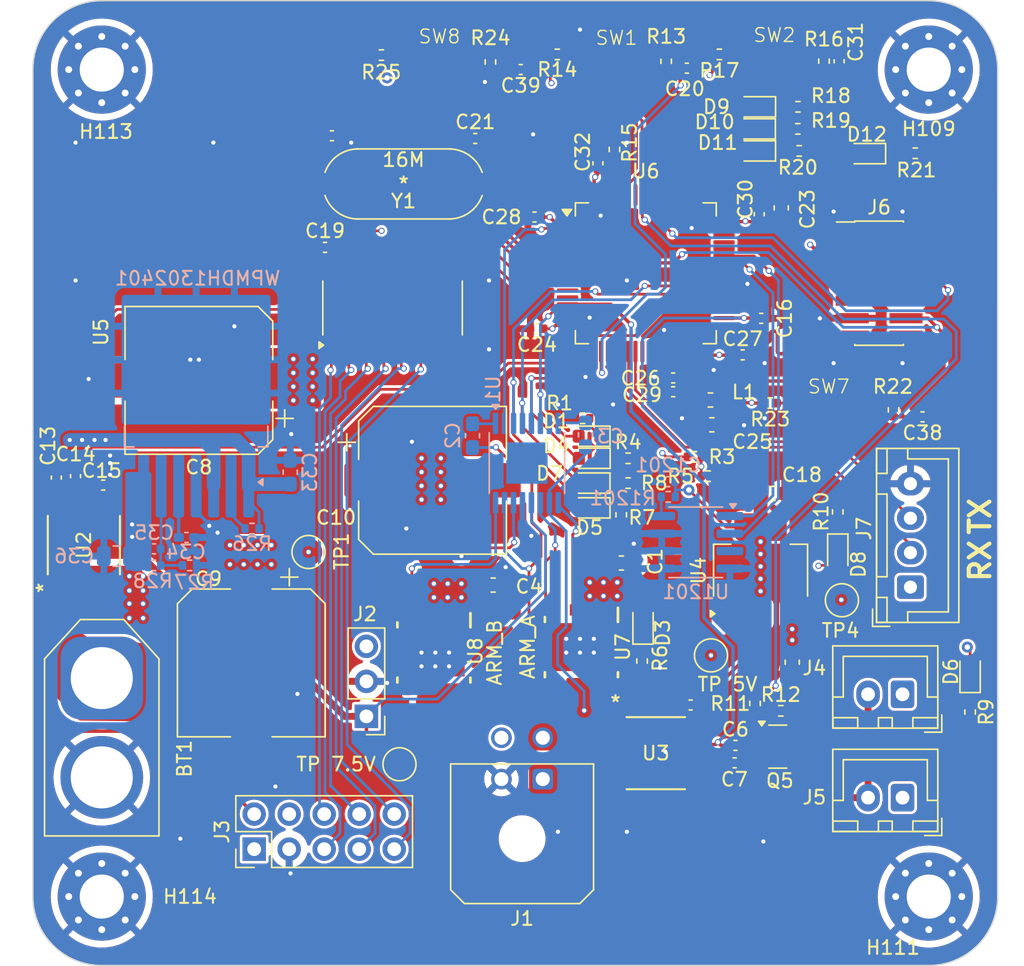
<source format=kicad_pcb>
(kicad_pcb (version 20240108) (generator "pcbnew") (generator_version "8.0")
  (layers (0 "F.Cu" signal) (1 "In1.Cu" signal) (2 "In2.Cu" signal) (31 "B.Cu" signal) (34 "B.Paste" user) (35 "F.Paste" user) (36 "B.SilkS" user "B.Silkscreen") (37 "F.SilkS" user "F.Silkscreen") (38 "B.Mask" user) (39 "F.Mask" user) (44 "Edge.Cuts" user))
  (net 0 "")
  (net 1 "+3.3V")
  (net 2 "GND")
  (net 3 "/Imes_mot")
  (net 4 "/Uref_mot")
  (net 5 "VBUS")
  (net 6 "/Imes_vbus")
  (net 7 "/Uref_vbus")
  (net 8 "/VBus_Sense")
  (net 9 "+5V")
  (net 10 "/MCU_STM32G475/USR_BTN_2")
  (net 11 "Net-(U6-PF0)")
  (net 12 "Net-(U6-PF1)")
  (net 13 "+3.3VA")
  (net 14 "/MCU_STM32G475/USR_BTN_1")
  (net 15 "/MCU_STM32G475/NRST")
  (net 16 "/MCU_STM32G475/USR_BTN_3")
  (net 17 "Net-(D1-K)")
  (net 18 "/In_A_H")
  (net 19 "Net-(D3-K)")
  (net 20 "Net-(D4-K)")
  (net 21 "/In_A_L")
  (net 22 "Net-(D5-K)")
  (net 23 "/In_B_H")
  (net 24 "Net-(D6-K)")
  (net 25 "/In_B_L")
  (net 26 "Net-(D7-K)")
  (net 27 "Net-(D8-K)")
  (net 28 "Net-(D9-K)")
  (net 29 "/MCU_STM32G475/USR_LED_1")
  (net 30 "/MCU_STM32G475/USR_LED_2")
  (net 31 "Net-(D10-K)")
  (net 32 "/MCU_STM32G475/USR_LED_3")
  (net 33 "Net-(D11-K)")
  (net 34 "Net-(D12-K)")
  (net 35 "/MCU_STM32G475/USR_LED_4")
  (net 36 "/ARM_OUT_A")
  (net 38 "/ARM_B")
  (net 39 "Net-(J4-Pin_2)")
  (net 42 "/MCU_STM32G475/SWO")
  (net 45 "/MCU_STM32G475/SWDIO")
  (net 46 "/MCU_STM32G475/VCP_TX")
  (net 47 "/MCU_STM32G475/VCP_RX")
  (net 48 "/MCU_STM32G475/SWCLK")
  (net 49 "Net-(Q5-G)")
  (net 50 "/PWM_FAN")
  (net 51 "Net-(U6-PB8)")
  (net 52 "Net-(U1201-VDD)")
  (net 53 "Net-(R13-Pad1)")
  (net 54 "Net-(R16-Pad1)")
  (net 55 "Net-(R22-Pad1)")
  (net 56 "Net-(R24-Pad1)")
  (net 57 "Net-(BT1-+)")
  (net 60 "/ENC_B")
  (net 61 "/ENC_C")
  (net 63 "/{slash}A")
  (net 64 "/{slash}Z")
  (net 65 "/{slash}B")
  (net 67 "/Z")
  (net 68 "/A")
  (net 69 "/ENC_A")
  (net 70 "/B")
  (net 77 "/Pwr_EN")
  (net 81 "/I2C_SCL")
  (net 89 "/MCU_STM32G475/USART1_RX")
  (net 92 "/I2C_SDA")
  (net 95 "Net-(U1-BHB)")
  (net 96 "/ARM_IN_A")
  (net 97 "Net-(U1-AHB)")
  (net 98 "Net-(Converter_DCDC_WPMDH1302401-SS)")
  (net 99 "+7.5V")
  (net 100 "Net-(Converter_DCDC_WPMDH1302401-FB)")
  (net 101 "Net-(Converter_DCDC_WPMDH1302401-RON)")
  (net 104 "/Cmd_L_A")
  (net 106 "/Cmd_H_A")
  (net 107 "/Cmd_H_B")
  (net 109 "/Cmd_L_B")
  (net 110 "/MCU_STM32G475/USART1_TX")
  (footprint "Capacitor_SMD:C_0402_1005Metric" (layer "F.Cu") (at 186.459556 108.372056 180)
    (property "Reference" "C29")
    (property "Value" "100n")
  )
  (footprint "TestPoint:TestPoint_Pad_D2.0mm" (layer "F.Cu") (at 189.2 127.5)
    (property "Reference" "TP 5V")
    (property "Value" "TestPoint")
  )
  (footprint "Resistor_SMD:R_0402_1005Metric" (layer "F.Cu") (at 195.5 89.3)
    (property "Reference" "R19")
    (property "Value" "390")
  )
  (footprint "LED_SMD:LED_0603_1608Metric" (layer "F.Cu") (at 198.4 120.18 -90)
    (property "Reference" "D8")
    (property "Value" "Red LED")
  )
  (footprint "Resistor_SMD:R_0402_1005Metric" (layer "F.Cu") (at 193.497056 109.197056 180)
    (property "Reference" "R23")
    (property "Value" "10k")
  )
  (footprint "Resistor_SMD:R_0402_1005Metric" (layer "F.Cu") (at 187.997056 113.097056)
    (property "Reference" "R3")
    (property "Value" "100k")
  )
  (footprint "Capacitor_SMD:C_0402_1005Metric" (layer "F.Cu") (at 187.72 131.1 180)
    (property "Reference" "C5" (hide yes))
    (property "Value" "4.7n")
  )
  (footprint "Resistor_SMD:R_0402_1005Metric" (layer "F.Cu") (at 202.447056 109.687056 -90)
    (property "Reference" "R22")
    (property "Value" "10k")
  )
  (footprint "Resistor_SMD:R_0402_1005Metric" (layer "F.Cu") (at 198.4 117.09 90)
    (property "Reference" "R10")
    (property "Value" "390")
  )
  (footprint "Inductor_SMD:L_0603_1608Metric" (layer "F.Cu") (at 189.159556 108.972056 180)
    (property "Reference" "L1")
    (property "Value" "39n")
  )
  (footprint "Resistor_SMD:R_0402_1005Metric" (layer "F.Cu") (at 197.397056 84.387056 -90)
    (property "Reference" "R16")
    (property "Value" "10k")
  )
  (footprint "Resistor_SMD:R_0402_1005Metric" (layer "F.Cu") (at 204.022056 91.067056)
    (property "Reference" "R21")
    (property "Value" "390")
  )
  (footprint "LED_SMD:LED_0603_1608Metric" (layer "F.Cu") (at 180.4 113.2 180)
    (property "Reference" "D4")
    (property "Value" "Red LED")
  )
  (footprint "Capacitor_SMD:C_0603_1608Metric_Pad1.08x0.95mm_HandSolder" (layer "F.Cu") (at 182.7 120.8)
    (property "Reference" "C1")
    (property "Value" "10u")
  )
  (footprint "Connector_PinHeader_1.27mm:PinHeader_2x07_P1.27mm_Vertical_SMD" (layer "F.Cu") (at 201.397056 100.497056)
    (property "Reference" "J6")
    (property "Value" "Conn_ST_STDC14")
  )
  (footprint "Resistor_SMD:R_0402_1005Metric" (layer "F.Cu") (at 195.6 90.9)
    (property "Reference" "R20")
    (property "Value" "390")
  )
  (footprint "Resistor_SMD:R_0402_1005Metric" (layer "F.Cu") (at 165.287056 83.947056 180)
    (property "Reference" "R25")
    (property "Value" "10k")
  )
  (footprint "Resistor_SMD:R_0402_1005Metric" (layer "F.Cu") (at 183.1875 113.2)
    (property "Reference" "R4")
    (property "Value" "390")
  )
  (footprint "Resistor_SMD:R_0402_1005Metric" (layer "F.Cu") (at 185.947056 84.397056 -90)
    (property "Reference" "R13")
    (property "Value" "10k")
  )
  (footprint "LED_SMD:LED_0603_1608Metric" (layer "F.Cu") (at 192.3875 89.3 180)
    (property "Reference" "D10")
    (property "Value" "Blue LED")
  )
  (footprint "Custom:SOIC8-GO-SME&slash_SP3_LEM" (layer "F.Cu") (at 185.197056 134.597056)
    (property "Reference" "U3")
    (property "Value" "GO 10-SME/SP3")
  )
  (footprint "LED_SMD:LED_0603_1608Metric" (layer "F.Cu") (at 180.3875 116.8 180)
    (property "Reference" "D5")
    (property "Value" "Red LED")
  )
  (footprint "MountingHole:MountingHole_3.2mm_M3_Pad_Via" (layer "F.Cu") (at 145 85)
    (property "Reference" "H113")
    (property "Value" "MountingHole_Pad")
  )
  (footprint "Custom:435451019820" (layer "F.Cu") (at 193.797056 84.697056)
    (property "Reference" "SW2")
    (property "Value" "SW_Push")
  )
  (footprint "Resistor_SMD:R_0402_1005Metric" (layer "F.Cu") (at 195.51 87.7)
    (property "Reference" "R18")
    (property "Value" "390")
  )
  (footprint "LED_SMD:LED_0603_1608Metric" (layer "F.Cu") (at 192.4 90.9 180)
    (property "Reference" "D11")
    (property "Value" "Blue LED")
  )
  (footprint "Resistor_SMD:R_0402_1005Metric" (layer "F.Cu") (at 189.807056 83.897056 180)
    (property "Reference" "R17")
    (property "Value" "10k")
  )
  (footprint "Connector_JST:JST_XH_B2B-XH-A_1x02_P2.50mm_Vertical" (layer "F.Cu") (at 203.097056 130.322056 180)
    (property "Reference" "J4")
    (property "Value" "Conn_01x02")
  )
  (footprint "Capacitor_SMD:C_0402_1005Metric" (layer "F.Cu") (at 161.697056 89.797056)
    (property "Reference" "C22" (hide yes))
    (property "Value" "22p")
  )
  (footprint "Resistor_SMD:R_0402_1005Metric" (layer "F.Cu") (at 208 131.61 -90)
    (property "Reference" "R9")
    (property "Value" "680")
  )
  (footprint "Package_TO_SOT_SMD:SOT-23" (layer "F.Cu") (at 194.047056 134.122056)
    (property "Reference" "Q5")
    (property "Value" "SQ2310ES")
  )
  (footprint "Capacitor_SMD:C_0603_1608Metric_Pad1.08x0.95mm_HandSolder" (layer "F.Cu") (at 195.097056 127.997056 -90)
    (property "Reference" "C17" (hide yes))
    (property "Value" "10u")
  )
  (footprint "Resistor_SMD:R_0402_1005Metric" (layer "F.Cu") (at 194.264556 131.522056)
    (property "Reference" "R12")
    (property "Value" "10k")
  )
  (footprint "Resistor_SMD:R_0402_1005Metric" (layer "F.Cu") (at 182.197056 90.797056 90)
    (property "Reference" "R15")
    (property "Value" "10k")
  )
  (footprint "Connector_Molex:Molex_Micro-Fit_3.0_43045-0400_2x02_P3.00mm_Horizontal" (layer "F.Cu") (at 176.997056 136.477056 180)
    (property "Reference" "J1")
    (property "Value" "Conn_02x02_Top_Bottom")
  )
  (footprint "Resistor_SMD:R_0402_1005Metric" (layer "F.Cu") (at 183.1875 115)
    (property "Reference" "R8")
    (property "Value" "390")
  )
  (footprint "MountingHole:MountingHole_3.2mm_M3_Pad_Via" (layer "F.Cu") (at 205 85)
    (property "Reference" "H109")
    (property "Value" "MountingHole_Pad")
  )
  (footprint "Connector_JST:JST_XH_B4B-XH-A_1x04_P2.50mm_Vertical" (layer "F.Cu") (at 203.672056 122.547056 90)
    (property "Reference" "J7")
    (property "Value" "Conn_01x04_Pin")
  )
  (footprint "Resistor_SMD:R_0402_1005Metric" (layer "F.Cu") (at 179.8875 110.3 180)
    (property "Reference" "R1")
    (property "Value" "390")
  )
  (footprint "Package_QFP:LQFP-64_10x10mm_P0.5mm" (layer "F.Cu") (at 184.472056 99.777056)
    (property "Reference" "U6")
    (property "Value" "STM32G474RETx")
  )
  (footprint "Resistor_SMD:R_0402_1005Metric" (layer "F.Cu") (at 182.6875 117.3 -90)
    (property "Reference" "R7")
    (property "Value" "390")
  )
  (footprint "Package_TO_SOT_SMD:SOT-223-3_TabPin2" (layer "F.Cu") (at 192.797056 121.347056 90)
    (property "Reference" "U4")
    (property "Value" "AZ1117-3.3")
  )
  (footprint "Capacitor_SMD:CP_Elec_10x10.5" (layer "F.Cu") (at 155.847056 128.047056 -90)
    (property "Reference" "C9")
    (property "Value" "220u")
  )
  (footprint "Capacitor_SMD:C_0402_1005Metric" (layer "F.Cu") (at 198.497056 84.397056 -90)
    (property "Reference" "C31")
    (property "Value" "10n")
  )
  (footprint "Capacitor_SMD:C_0402_1005Metric" (layer "F.Cu") (at 176.577056 103.797056 180)
    (property "Reference" "C24")
    (property "Value" "100n")
  )
  (footprint "Custom:435451019820" (layer "F.Cu") (at 197.747056 109.997056)
    (property "Reference" "SW7")
    (property "Value" "SW_Push")
  )
  (footprint "MountingHole:MountingHole_3.2mm_M3_Pad_Via" (layer "F.Cu") (at 205 145)
    (property "Reference" "H111")
    (property "Value" "MountingHole_Pad")
  )
  (footprint "Capacitor_SMD:CP_Elec_10x10.5" (layer "F.Cu") (at 168.997056 114.797056)
    (property "Reference" "C10")
    (property "Value" "220u")
  )
  (footprint "LED_SMD:LED_0603_1608Metric" (layer "F.Cu") (at 180.3875 111.6 180)
    (property "Reference" "D1")
    (property "Value" "Red LED")
  )
  (footprint "CSD87351Q5D:DQY0008A" (layer "F.Cu") (at 179.8 126.9 -90)
    (property "Reference" "U7")
    (property "Value" "CSD86350Q5D")
  )
  (footprint "Capacitor_SMD:C_0402_1005Metric" (layer "F.Cu") (at 190.972906 134.032056)
    (property "Reference" "C6")
    (property "Value" "4.7n")
  )
  (footprint "Capacitor_SMD:C_0402_1005Metric" (layer "F.Cu") (at 143.097056 114.497056 90)
    (property "Reference" "C14")
    (property "Value" "4.7n")
  )
  (footprint "LED_SMD:LED_0603_1608Metric" (layer "F.Cu") (at 208 128.7125 90)
    (property "Reference" "D6")
    (property "Value" "Red LED")
  )
  (footprint "Custom:435451019820" (layer "F.Cu") (at 169.497056 84.697056)
    (property "Reference" "SW8")
    (property "Value" "SW_Push")
  )
  (footprint "Connector_AMASS:AMASS_XT60-M_1x02_P7.20mm_Vertical" (layer "F.Cu") (at 145 129.15 -90)
    (property "Reference" "BT1")
    (property "Value" "Battery")
  )
  (footprint "Capacitor_SMD:C_0402_1005Metric" (layer "F.Cu") (at 186.459556 107.372056 180)
    (property "Reference" "C26")
    (property "Value" "100n")
  )
  (footprint "Custom:435451019820" (layer "F.Cu") (at 182.347056 84.697056)
    (property "Reference" "SW1")
    (property "Value" "SW_Push")
  )
  (footprint "Resistor_SMD:R_0402_1005Metric" (layer "F.Cu") (at 188.997056 114.497056)
    (property "Reference" "R5")
    (property "Value" "8.2K")
  )
  (footprint "LED_SMD:LED_0603_1608Metric" (layer "F.Cu") (at 180.3875 115 180)
    (property "Reference" "D7")
    (property "Value" "Red LED")
  )
  (footprint "Capacitor_SMD:C_0402_1005Metric" (layer "F.Cu") (at 187.447056 84.897056 180)
    (property "Reference" "C20")
    (property "Value" "10n")
  )
  (footprint "Resistor_SMD:R_0402_1005Metric" (layer "F.Cu") (at 192.397056 130.987056 90)
    (property "Reference" "R11")
    (property "Value" "22")
  )
  (footprint "Custom:ABLS-7.3728MHZ-CL-RESR-A-1-G-F" (layer "F.Cu") (at 166.897056 93.297056)
    (property "Reference" "Y1")
    (property "Value" "16M")
  )
  (footprint "CSD87351Q5D:DQY0008A" (layer "F.Cu") (at 169.097056 127.289456 -90)
    (property "Reference" "U8")
    (property "Value" "CSD86350Q5D")
  )
  (footprint "Connector_PinHeader_2.54mm:PinHeader_1x03_P2.54mm_Vertical" (layer "F.Cu") (at 164.2 131.925 180)
    (property "Reference" "J2")
    (property "Value" "173010542")
  )
  (footprint "Custom:SOIC8-GO-SME&slash_SP3_LEM" (layer "F.Cu") (at 143.7 119.5 90)
    (property "Reference" "U2")
    (property "Value" "GO 10-SME/SP3")
  )
  (footprint "Resistor_SMD:R_0402_1005Metric" (layer "F.Cu") (at 178.047056 83.897056 180)
    (property "Reference" "R14")
    (property "Value" "10k")
  )
  (footprint "Connector_JST:JST_XH_B2B-XH-A_1x02_P2.50mm_Vertical" (layer "F.Cu") (at 203.097056 137.822056 180)
    (property "Reference" "J5")
    (property "Value" "Conn_01x02")
  )
  (footprint "Capacitor_SMD:C_0402_1005Metric" (layer "F.Cu") (at 175.397056 84.997056 180)
    (property "Reference" "C39")
    (property "Value" "10n")
  )
  (footprint "TestPoint:TestPoint_Pad_D2.0mm" (layer "F.Cu") (at 198.7 123.5)
    (property "Reference" "TP4")
    (property "Value" "TestPoint")
  )
  (footprint "Package_SO:SOIC-16_3.9x9.9mm_P1.27mm" (layer "F.Cu") (at 166.097056 102.297056 90)
    (property "Reference" "U5")
    (property "Value" "MAX3097ECSE+")
  )
  (footprint "TestPoint:TestPoint_Pad_D2.0mm" (layer "F.Cu") (at 166.6 135.4 180)
    (property "Reference" "TP 7.5V")
    (property "Value" "TestPoint")
  )
  (footprint "Capacitor_SMD:C_0402_1005Metric" (layer "F.Cu") (at 204.547056 110.197056 180)
    (property "Reference" "C38")
    (property "Value" "10n")
  )
  (footprint "Capacitor_SMD:C_0402_1005Metric" (layer "F.Cu") (at 192.697056 95.497056 90)
    (property "Reference" "C30")
    (property "Value" "100n")
  )
  (footprint "Capacitor_SMD:C_0402_1005Metric" (layer "F.Cu") (at 161.197056 97.897056 180)
    (property "Reference" "C19")
    (property "Value" "100n")
  )
  (footprint "Capacitor_SMD:C_0402_1005Metric" (layer "F.Cu") (at 172.097056 89.997056 180)
    (property "Reference" "C21")
    (property "Value" "22p")
  )
  (footprint "MountingHole:MountingHole_3.2mm_M3_Pad_Via" (layer "F.Cu") (at 145 145)
    (property "Reference" "H114")
    (property "Value" "MountingHole_Pad")
  )
  (footprint "Resistor_SMD:R_0402_1005Metric" (layer "F.Cu") (at 184.2 127.91 -90)
    (property "Reference" "R6")
    (property "Value" "2k7")
  )
  (footprint "Capacitor_SMD:C_0402_1005Metric" (layer "F.Cu") (at 176.397056 95.697056 180)
    (property "Reference" "C28")
    (property "Value" "100n")
  )
  (footprint "LED_SMD:LED_0603_1608Metric" (layer "F.Cu") (at 192.4 87.7 180)
    (property "Reference" "D9")
    (property "Value" "Blue LED")
  )
  (footprint "Capacitor_SMD:C_0402_1005Metric" (layer "F.Cu") (at 180.997056 91.797056 90)
    (property "Reference" "C32")
    (property "Value" "100n")
  )
  (footprint "Capacitor_SMD:C_0402_1005Metric" (layer "F.Cu") (at 191.497056 105.697056)
    (property "Reference" "C27")
    (property "Value" "100n")
  )
  (footprint "LED_SMD:LED_0603_1608Metric" (layer "F.Cu") (at 200.387056 91.097056 180)
    (property "Reference" "D12")
    (property "Value" "Blue LED")
  )
  (footprint "Capacitor_SMD:C_0402_1005Metric" (layer "F.Cu") (at 145.102056 115.147056)
    (property "Reference" "C15")
    (property "Value" "4.7n")
  )
  (footprint "Capacitor_SMD:C_0603_1608Metric_Pad1.08x0.95mm_HandSolder" (layer "F.Cu") (at 173.4 122.4)
    (property "Reference" "C4")
    (property "Value" "10u")
  )
  (footprint "TestPoint:TestPoint_Pad_D2.0mm" (layer "F.Cu") (at 160 120 -90)
    (property "Reference" "TP1")
    (property "Value" "TestPoint")
  )
  (footprint "Capacitor_SMD:C_0402_1005Metric" (layer "F.Cu") (at 192.847056 103.047056)
    (property "Reference" "C16")
    (property "Value" "10n")
  )
  (footprint "Connector_PinHeader_2.54mm:PinHeader_2x05_P2.54mm_Vertical" (layer "F.Cu") (at 156.057056 141.557056 90)
    (property "Reference" "J3")
    (property "Value" "Conn_02x05_Odd_Even")
  )
  (footprint "Capacitor_SMD:C_0402_1005Metric" (layer "F.Cu") (at 190.917056 135.297056)
    (property "Reference" "C7")
    (property "Value" "4.7n")
  )
  (footprint "Capacitor_SMD:C_0603_1608Metric_Pad1.08x0.95mm_HandSolder" (layer "F.Cu") (at 193.697056 115.747056)
    (property "Reference" "C18")
    (property "Value" "22u")
  )
  (footprint "Capacitor_SMD:C_0603_1608Metric_Pad1.08x0.95mm_HandSolder" (layer "F.Cu") (at 194.297056 95.034556 90)
    (property "Reference" "C23")
    (property "Value" "10u")
  )
  (footprint "Capacitor_SMD:CP_Elec_10x10.5" (layer "F.Cu") (at 152.047056 107.547056 180)
    (property "Reference" "C8")
    (property "Value" "220u")
  )
  (footprint "Resistor_SMD:R_0402_1005Metric" (layer "F.Cu") (at 173.197056 84.447056 -90)
    (property "Reference" "R24")
    (property "Value" "10k")
  )
  (footprint "LED_SMD:LED_0603_1608Metric" (layer "F.Cu") (at 184.27 125.2 90)
    (property "Reference" "D3")
    (property "Value" "Red LED")
  )
  (footprint "Capacitor_SMD:C_0402_1005Metric" (layer "F.Cu") (at 141.7 114.6 90)
    (property "Reference" "C13")
    (property "Value" "4.7n")
  )
  (footprint "Capacitor_SMD:C_0603_1608Metric_Pad1.08x0.95mm_HandSolder" (layer "F.Cu") (at 189.259556 110.772056)
    (property "Reference" "C25")
    (property "Value" "1u")
  )
  (footprint "Resistor_SMD:R_0402_1005Metric" (layer "B.Cu") (at 186.097056 115.997056)
    (property "Reference" "R1201")
    (property "Value" "200")
  )
  (footprint "Package_SO:SOIC-8_3.9x4.9mm_P1.27mm" (layer "B.Cu") (at 188.097056 119.297056 180)
    (property "Reference" "U1201")
    (property "Value" "TCN75A")
  )
  (footprint "Capacitor_SMD:C_0805_2012Metric" (layer "B.Cu") (at 146.097056 120.297056 180)
    (property "Reference" "C36")
    (property "Value" "47u")
  )
  (footprint "Capacitor_SMD:C_0402_1005Metric" (layer "B.Cu") (at 186.097056 114.897056 180)
    (property "Reference" "C1201")
    (property "Value" "100n")
  )
  (footprint "Capacitor_SMD:C_0402_1005Metric_Pad0.74x0.62mm_HandSolder" (layer "B.Cu") (at 151.147056 118.947056)
    (property "Reference" "C34")
    (property "Value" "4.7nF")
  )
  (footprint "Capacitor_SMD:C_0603_1608Metric_Pad1.08x0.95mm_HandSolder" (layer "B.Cu") (at 180.097056 111.497056 90)
    (property "Reference" "C3")
    (property "Value" "1u")
  )
  (footprint "Resistor_SMD:R_0402_1005Metric" (layer "B.Cu") (at 151.372056 120.972056)
    (property "Reference" "R27")
    (property "Value" "1.91k")
  )
  (footprint "Package_TO_SOT_SMD:TO-263-7_TabPin8" (layer "B.Cu") (at 151.847056 107.547056 90)
    (property "Reference" "WPMDH1302401")
    (property "Value" "~")
  )
  (footprint "Capacitor_SMD:C_0603_1608Metric_Pad1.08x0.95mm_HandSolder" (layer "B.Cu") (at 158.672056 114.209556 90)
    (property "Reference" "C33")
    (property "Value" "10u")
  )
  (footprint "Package_SO:TSSOP-16-1EP_4.4x5mm_P0.65mm_EP3x3mm" (layer "B.Cu") (at 175.847056 113.547056 -90)
    (property "Reference" "U1")
    (property "Value" "MIC4606")
  )
  (footprint "Resistor_SMD:R_0402_1005Metric" (layer "B.Cu") (at 155.9 118.3 180)
    (property "Reference" "R26")
    (property "Value" "287k")
  )
  (footprint "Resistor_SMD:R_0402_1005Metric" (layer "B.Cu") (at 148.762056 120.972056)
    (property "Reference" "R28")
    (property "Value" "34k")
  )
  (footprint "Capacitor_SMD:C_0402_1005Metric" (layer "B.Cu") (at 148.792056 119.772056)
    (property "Reference" "C35")
    (property "Value" "22nF")
  )
  (footprint "Capacitor_SMD:C_0603_1608Metric_Pad1.08x0.95mm_HandSolder" (layer "B.Cu") (at 171.897056 111.559556 -90)
    (property "Reference" "C2")
    (property "Value" "1u")
  )
  (gr_line (start 205 150) (end 145 150) (stroke (width 0.1)) (layer "Edge.Cuts"))
  (gr_line (start 210.000999 85) (end 210 145) (stroke (width 0.1)) (layer "Edge.Cuts"))
  (gr_arc (start 210 145) (mid 208.535534 148.535534) (end 205 150) (stroke (width 0.1)) (layer "Edge.Cuts"))
  (gr_line (start 140 85) (end 140 145) (stroke (width 0.1)) (layer "Edge.Cuts"))
  (gr_line (start 145 80) (end 205 80) (stroke (width 0.1)) (layer "Edge.Cuts"))
  (gr_arc (start 140 85) (mid 141.464466 81.464466) (end 145 80) (stroke (width 0.1)) (layer "Edge.Cuts"))
  (gr_arc (start 205 80) (mid 208.536033 81.464259) (end 210.000999 85) (stroke (width 0.1)) (layer "Edge.Cuts"))
  (gr_arc (start 145 150) (mid 141.464466 148.535534) (end 140 145) (stroke (width 0.1)) (layer "Edge.Cuts"))
  (gr_text "RX" (at 209.6 122.3 90) (layer "F.SilkS") (effects (font (size 1.5 1.5) (thickness 0.3) (bold yes)) (justify left bottom)))
  (gr_text "TX\n" (at 209.6 118.9 90) (layer "F.SilkS") (effects (font (size 1.5 1.5) (thickness 0.3) (bold yes)) (justify left bottom)))
  (segment (start 180.722056 92.872056) (end 180.722056 94.102056) (width 0.25) (layer "F.Cu") (net 1))
  (segment (start 180.797056 92.797056) (end 180.722056 92.872056) (width 0.25) (layer "F.Cu") (net 1))
  (segment (start 188.487056 105.717056) (end 189.777056 105.717056) (width 0.25) (layer "F.Cu") (net 1))
  (segment (start 189.097056 85.397056) (end 189.297056 85.197056) (width 0.2) (layer "F.Cu") (net 1))
  (segment (start 143.26179 133) (end 141 130.73821) (width 0.25) (layer "F.Cu") (net 1))
  (segment (start 191.259556 109.172056) (end 190.147056 109.172056) (width 0.25) (layer "F.Cu") (net 1))
  (segment (start 141.09 107.41) (end 141.09 114.47) (width 0.2) (layer "F.Cu") (net 1))
  (segment (start 189.797056 105.697056) (end 189.817056 105.717056) (width 0.25) (layer "F.Cu") (net 1))
  (segment (start 192.159556 109.172056) (end 191.259556 109.172056) (width 0.25) (layer "F.Cu") (net 1))
  (segment (start 165.3 96.7) (end 162.854112 96.7) (width 0.2) (layer "F.Cu") (net 1))
  (segment (start 146.1 102.4) (end 141.09 107.41) (width 0.2) (layer "F.Cu") (net 1))
  (segment (start 192.797056 121.947056) (end 192.797056 122.847056) (width 1) (layer "F.Cu") (net 1))
  (segment (start 177.497056 95.697056) (end 176.877056 95.697056) (width 0.25) (layer "F.Cu") (net 1))
  (segment (start 177.057056 103.797056) (end 177.697056 103.797056) (width 0.2) (layer "F.Cu") (net 1))
  (segment (start 192.797056 122.847056) (end 192.797056 124.497056) (width 1) (layer "F.Cu") (net 1))
  (segment (start 192.797056 126.597056) (end 188.2 131.194112) (width 0.25) (layer "F.Cu") (net 1))
  (segment (start 189.817056 105.717056) (end 190.997056 105.717056) (width 0.25) (layer "F.Cu") (net 1))
  (segment (start 189.777056 105.717056) (end 189.797056 105.697056) (width 0.25) (layer "F.Cu") (net 1))
  (segment (start 177.627056 85.977056) (end 177.537056 85.887056) (width 0.2) (layer "F.Cu") (net 1))
  (segment (start 191.727056 96.027056) (end 194.167056 96.027056) (width 0.25) (layer "F.Cu") (net 1))
  (segment (start 162.854112 96.7) (end 161.677056 97.877056) (width 0.2) (layer "F.Cu") (net 1))
  (segment (start 177.697056 103.797056) (end 177.967056 103.527056) (width 0.25) (layer "F.Cu") (net 1))
  (segment (start 196.397056 97.697056) (end 196.657056 97.957056) (width 0.25) (layer "F.Cu") (net 1))
  (segment (start 196.657056 97.957056) (end 199.447056 97.957056) (width 0.25) (layer "F.Cu") (net 1))
  (segment (start 188.2 131.194112) (end 188.2 132.413262) (width 0.25) (layer "F.Cu") (net 1))
  (segment (start 141 115.78) (end 141.7 115.08) (width 0.25) (layer "F.Cu") (net 1))
  (segment (start 187.977056 132.636206) (end 187.921206 132.692056) (width 0.25) (layer "F.Cu") (net 1))
  (segment (start 191.697056 95.997056) (end 191.727056 96.027056) (width 0.25) (layer "F.Cu") (net 1))
  (segment (start 192.987056 109.197056) (end 192.184556 109.197056) (width 0.25) (layer "F.Cu") (net 1))
  (segment (start 187.6 115.5) (end 190.297056 118.197056) (width 0.2) (layer "F.Cu") (net 1))
  (segment (start 161.677056 97.877056) (end 161.677056 98.5) (width 0.2) (layer "F.Cu") (net 1))
  (segment (start 177.967056 103.527056) (end 178.797056 103.527056) (width 0.25) (layer "F.Cu") (net 1))
  (segment (start 180.997056 92.597056) (end 180.797056 92.797056) (width 0.2) (layer "F.Cu") (net 1))
  (segment (start 192.797056 118.197056) (end 192.797056 115.784556) (width 1) (layer "F.Cu") (net 1))
  (segment (start 156.057056 139.017056) (end 150.04 133) (width 0.25) (layer "F.Cu") (net 1))
  (segment (start 161.677056 98.5) (end 157.777056 102.4) (width 0.2) (layer "F.Cu") (net 1))
  (segment (start 164.777056 84.677056) (end 164.777056 83.947056) (width 0.2) (layer "F.Cu") (net 1))
  (segment (start 141.09 114.47) (end 141.7 115.08) (width 0.2) (layer "F.Cu") (net 1))
  (segment (start 141 130.73821) (end 141 115.78) (width 0.25) (layer "F.Cu") (net 1))
  (segment (start 198.4 120.9675) (end 197.0325 120.9675) (width 0.2) (layer "F.Cu") (net 1))
  (segment (start 197.0325 120.9675) (end 197 121) (width 0.2) (layer "F.Cu") (net 1))
  (segment (start 194.167056 96.027056) (end 194.297056 95.897056) (width 0.25) (layer "F.Cu") (net 1))
  (segment (start 192.797056 121.047056) (end 192.797056 118.197056) (width 1) (layer "F.Cu") (net 1))
  (segment (start 192.797056 118.197056) (end 192.834556 118.159556) (width 1) (layer "F.Cu") (net 1))
  (segment (start 192.797056 115.784556) (end 192.834556 115.747056) (width 1) (layer "F.Cu") (net 1))
  (segment (start 157.777056 102.4) (end 146.1 102.4) (width 0.2) (layer "F.Cu") (net 1))
  (segment (start 192.184556 109.197056) (end 192.159556 109.172056) (width 0.25) (layer "F.Cu") (net 1))
  (segment (start 177.537056 85.887056) (end 177.537056 83.897056) (width 0.2) (layer "F.Cu") (net 1))
  (segment (start 177.497056 95.697056) (end 177.827056 96.027056) (width 0.25) (layer "F.Cu") (net 1))
  (segment (start 190.147056 96.027056) (end 191.667056 96.027056) (width 0.25) (layer "F.Cu") (net 1))
  (segment (start 191.667056 96.027056) (end 191.697056 95.997056) (width 0.25) (layer "F.Cu") (net 1))
  (segment (start 161.677056 98.5) (end 161.677056 99.357056) (width 0.2) (layer "F.Cu") (net 1))
  (segment (start 188.2 132.413262) (end 187.921206 132.692056) (width 0.25) (layer "F.Cu") (net 1))
  (segment (start 177.827056 96.027056) (end 178.797056 96.027056) (width 0.25) (layer "F.Cu") (net 1))
  (segment (start 150.04 133) (end 143.26179 133) (width 0.25) (layer "F.Cu") (net 1))
  (segment (start 189.297056 85.197056) (end 189.297056 83.897056) (width 0.2) (layer "F.Cu") (net 1))
  (segment (start 188.222056 105.452056) (end 188.487056 105.717056) (width 0.25) (layer "F.Cu") (net 1))
  (segment (start 165.7 85.6) (end 164.777056 84.677056) (width 0.2) (layer "F.Cu") (net 1))
  (segment (start 180.997056 92.277056) (end 180.997056 92.597056) (width 0.2) (layer "F.Cu") (net 1))
  (segment (start 177.697056 103.797056) (end 177.697056 103.837056) (width 0.25) (layer "F.Cu") (net 1))
  (segment (start 190.297056 118.197056) (end 192.797056 118.197056) (width 0.2) (layer "F.Cu") (net 1))
  (segment (start 192.797056 124.497056) (end 192.797056 126.597056) (width 0.25) (layer "F.Cu") (net 1))
  (segment (start 192.797056 121.947056) (end 192.797056 121.047056) (width 1) (layer "F.Cu") (net 1))
  (segment (start 141.792056 115.172056) (end 141.792056 116.872906) (width 0.25) (layer "F.Cu") (net 1))
  (via (at 192.159556 109.172056) (size 0.45) (drill 0.3) (layers "F.Cu" "B.Cu") (net 1))
  (via (at 189.097056 85.397056) (size 0.45) (drill 0.3) (layers "F.Cu" "B.Cu") (net 1))
  (via (at 191.697056 95.997056) (size 0.45) (drill 0.3) (layers "F.Cu" "B.Cu") (net 1))
  (via (at 177.627056 85.977056) (size 0.45) (drill 0.3) (layers "F.Cu" "B.Cu") (net 1))
  (via (at 177.697056 103.797056) (size 0.45) (drill 0.3) (layers "F.Cu" "B.Cu") (net 1))
  (via (at 192.797056 121.947056) (size 0.45) (drill 0.3) (layers "F.Cu" "B.Cu") (net 1))
  (via (at 192.797056 120.147056) (size 0.45) (drill 0.3) (layers "F.Cu" "B.Cu") (net 1))
  (via (at 192.797056 121.047056) (size 0.45) (drill 0.3) (layers "F.Cu" "B.Cu") (net 1))
  (via (at 192.797056 122.847056) (size 0.45) (drill 0.3) (layers "F.Cu" "B.Cu") (net 1))
  (via (at 198.657425 123.469801) (size 0.45) (drill 0.3) (layers "F.Cu" "B.Cu") (net 1))
  (via (at 189.797056 105.697056) (size 0.45) (drill 0.3) (layers "F.Cu" "B.Cu") (net 1))
  (via (at 180.797056 92.797056) (size 0.45) (drill 0.3) (layers "F.Cu" "B.Cu") (net 1))
  (via (at 165.3 96.7) (size 0.45) (drill 0.3) (layers "F.Cu" "B.Cu") (net 1))
  (via (at 177.497056 95.697056) (size 0.45) (drill 0.3) (layers "F.Cu" "B.Cu") (net 1))
  (via (at 192.797056 119.247056) (size 0.45) (drill 0.3) (layers "F.Cu" "B.Cu") (net 1))
  (via (at 197 121) (size 0.45) (drill 0.3) (layers "F.Cu" "B.Cu") (net 1))
  (via (at 187.6 115.5) (size 0.8) (drill 0.4) (layers "F.Cu" "B.Cu") (net 1))
  (via (at 165.7 85.6) (size 0.8) (drill 0.4) (layers "F.Cu" "B.Cu") (net 1))
  (via (at 196.397056 97.697056) (size 0.45) (drill 0.3) (layers "F.Cu" "B.Cu") (net 1))
  (segment (start 186.607056 115.5) (end 187.6 115.5) (width 0.2) (layer "B.Cu") (net 1))
  (segment (start 186.607056 115.997056) (end 186.607056 115.5) (width 0.2) (layer "B.Cu") (net 1))
  (segment (start 186.607056 114.927056) (end 186.577056 114.897056) (width 0.2) (layer "B.Cu") (net 1))
  (segment (start 186.607056 115.5) (end 186.607056 114.927056) (width 0.2) (layer "B.Cu") (net 1))
  (segment (start 187.827056 96.527056) (end 187.797056 96.497056) (width 0.25) (layer "F.Cu") (net 2))
  (segment (start 179.7 127) (end 179.8 126.9) (width 0.25) (layer "F.Cu") (net 2))
  (segment (start 190.122056 110.772056) (end 191.572056 110.772056) (width 0.25) (layer "F.Cu") (net 2))
  (segment (start 179.7 127.3) (end 179.7 127) (width 0.25) (layer "F.Cu") (net 2))
  (segment (start 178.797056 103.027056) (end 180.367056 103.027056) (width 0.25) (layer "F.Cu") (net 2))
  (segment (start 145.602056 114.392056) (end 145.597056 114.397056) (width 0.5) (layer "F.Cu") (net 2))
  (segment (start 190.147056 96.527056) (end 187.827056 96.527056) (width 0.25) (layer "F.Cu") (net 2))
  (segment (start 145.602056 114.402056) (end 145.597056 114.397056) (width 0.5) (layer "F.Cu") (net 2))
  (segment (start 183.5625 119.4375) (end 183.6 119.4) (width 0.25) (layer "F.Cu") (net 2))
  (segment (start 185.722056 103.972056) (end 185.797056 103.897056) (width 0.25) (layer "F.Cu") (net 2))
  (segment (start 184.2 128.42) (end 185.48 128.42) (width 0.25) (layer "F.Cu") (net 2))
  (segment (start 185.48 128.42) (end 185.5 128.4) (width 0.25) (layer "F.Cu") (net 2))
  (segment (start 181.222056 94.102056) (end 181.222056 95.572056) (width 0.25) (layer "F.Cu") (net 2))
  (segment (start 185.722056 105.452056) (end 185.722056 103.972056) (width 0.25) (layer "F.Cu") (net 2))
  (segment (start 191.572056 110.772056) (end 191.6 110.8) (width 0.25) (layer "F.Cu") (net 2))
  (segment (start 204.272056 91.067056) (end 204.302056 91.037056) (width 0.2) (layer "F.Cu") (net 2))
  (segment (start 158.697056 143.317056) (end 158.697056 141.657056) (width 0.2) (layer "F.Cu") (net 2))
  (segment (start 174.2625 122.4) (end 174.2625 121.1375) (width 0.25) (layer "F.Cu") (net 2))
  (segment (start 183.5625 120.8) (end 183.5625 119.4375) (width 0.25) (layer "F.Cu") (net 2))
  (segment (start 180.367056 103.027056) (end 180.397056 102.997056) (width 0.25) (layer "F.Cu") (net 2))
  (segment (start 145.602056 113.552059) (end 145.602056 113) (width 0.5) (layer "F.Cu") (net 2))
  (segment (start 187.722056 105.452056) (end 187.722056 104.609292) (width 0.25) (layer "F.Cu") (net 2))
  (segment (start 145.602056 116.872906) (end 145.602056 114.402056) (width 0.5) (layer "F.Cu") (net 2))
  (segment (start 187.722056 104.609292) (end 187.00982 103.897056) (width 0.25) (layer "F.Cu") (net 2))
  (segment (start 158.697056 141.657056) (end 158.597056 141.557056) (width 0.2) (layer "F.Cu") (net 2))
  (segment (start 174.2625 121.1375) (end 174.3 121.1) (width 0.25) (layer "F.Cu") (net 2))
  (segment (start 187.00982 103.897056) (end 185.797056 103.897056) (width 0.25) (layer "F.Cu") (net 2))
  (segment (start 181.222056 95.572056) (end 181.197056 95.597056) (width 0.25) (layer "F.Cu") (net 2))
  (segment (start 145.602056 113.552059) (end 145.602056 114.392056) (width 0.5) (layer "F.Cu") (net 2))
  (via (at 158.747056 111.447056) (size 0.45) (drill 0.3) (layers "F.Cu" "B.Cu") (net 2))
  (via (at 167.5 112) (size 0.45) (drill 0.3) (layers "F.Cu" "B.Cu") (net 2))
  (via (at 171.097056 120.297056) (size 0.45) (drill 0.3) (layers "F.Cu" "B.Cu") (net 2))
  (via (at 183.6 119.4) (size 0.45) (drill 0.3) (layers "F.Cu" "B.Cu") (net 2))
  (via (at 173.097056 100.297056) (size 0.45) (drill 0.3) (layers "F.Cu" "B.Cu") (net 2))
  (via (at 143.097056 100.297056) (size 0.45) (drill 0.3) (layers "F.Cu" "B.Cu") (net 2))
  (via (at 193.097056 106.297056) (size 0.45) (drill 0.3) (layers "F.Cu" "B.Cu") (net 2))
  (via (at 153.4 118.6) (size 0.45) (drill 0.3) (layers "F.Cu" "B.Cu") (net 2))
  (via (at 163.097056 90.297056) (size 0.45) (drill 0.3) (layers "F.Cu" "B.Cu") (net 2))
  (via (at 152.8 118.1) (size 0.45) (drill 0.3) (layers "F.Cu" "B.Cu") (net 2))
  (via (at 193.097056 110.297056) (size 0.45) (drill 0.3) (layers "F.Cu" "B.Cu") (net 2))
  (via (at 183.097056 140.297056) (size 0.45) (drill 0.3) (layers "F.Cu" "B.Cu") (net 2))
  (via (at 178.097056 109.297056) (size 0.45) (drill 0.3) (layers "F.Cu" "B.Cu") (net 2))
  (via (at 185.897056 134.497056) (size 0.45) (drill 0.3) (layers "F.Cu" "B.Cu") (net 2))
  (via (at 145.602056 113.552059) (size 0.45) (drill 0.3) (layers "F.Cu" "B.Cu") (net 2))
  (via (at 180.397056 102.997056) (size 0.45) (drill 0.3) (layers "F.Cu" "B.Cu") (net 2))
  (via (at 181.197056 95.597056) (size 0.45) (drill 0.3) (layers "F.Cu" "B.Cu") (net 2))
  (via (at 150.7 140.8) (size 0.45) (drill 0.3) (layers "F.Cu" "B.Cu") (net 2))
  (via (at 168.197056 128.297056) (size 0.45) (drill 0.3) (layers "F.Cu" "B.Cu") (net 2))
  (via (at 153.097056 90.297056) (size 0.45) (drill 0.3) (layers "F.Cu" "B.Cu") (net 2))
  (via (at 169.197056 127.297056) (size 0.45) (drill 0.3) (layers "F.Cu" "B.Cu") (net 2))
  (via (at 165.7 129.5) (size 0.45) (drill 0.3) (layers "F.Cu" "B.Cu") (net 2))
  (via (at 185.797056 103.897056) (size 0.45) (drill 0.3) (layers "F.Cu" "B.Cu") (net 2))
  (via (at 145.602056 113) (size 0.45) (drill 0.3) (layers "F.Cu" "B.Cu") (net 2))
  (via (at 170.197056 127.297056) (size 0.45) (drill 0.3) (layers "F.Cu" "B.Cu") (net 2))
  (via (at 180.7 127.3) (size 0.45) (drill 0.3) (layers "F.Cu" "B.Cu") (net 2))
  (via (at 159.197056 130.297056) (size 0.45) (drill 0.3) (layers "F.Cu" "B.Cu") (net 2))
  (via (at 157.597056 137.017056) (size 0.45) (drill 0.3) (layers "F.Cu" "B.Cu") (net 2))
  (via (at 170.197056 128.297056) (size 0.45) (drill 0.3) (layers "F.Cu" "B.Cu") (net 2))
  (via (at 144.047056 107.447056) (size 0.45) (drill 0.3) (layers "F.Cu" "B.Cu") (net 2))
  (via (at 145.597056 114.397056) (size 0.45) (drill 0.3) (layers "F.Cu" "B.Cu") (net 2))
  (via (at 185.5 128.4) (size 0.45) (drill 0.3) (layers "F.Cu" "B.Cu") (net 2))
  (via (at 179.697056 82.097056) (size 0.45) (drill 0.3) (layers "F.Cu" "B.Cu") (net 2))
  (via (at 167.097056 118.297056) (size 0.45) (drill 0.3) (layers "F.Cu" "B.Cu") (net 2))
  (via (at 185.097056 107.297056) (size 0.45) (drill 0.3) (layers "F.Cu" "B.Cu") (net 2))
  (via (at 154.622056 103.622056) (size 0.45) (drill 0.3) (layers "F.Cu" "B.Cu") (net 2))
  (via (at 173.097056 105.297056) (size 0.45) (drill 0.3) (layers "F.Cu" "B.Cu") (net 2))
  (via (at 169.197056 128.297056) (size 0.45) (drill 0.3) (layers "F.Cu" "B.Cu") (net 2))
  (via (at 158.697056 143.317056) (size 0.45) (drill 0.3) (layers "F.Cu" "B.Cu") (net 2))
  (via (at 178.7 127.3) (size 0.45) (drill 0.3) (layers "F.Cu" "B.Cu") (net 2))
  (via (at 183.097056 90.297056) (size 0.45) (drill 0.3) (layers "F.Cu" "B.Cu") (net 2))
  (via (at 203.097056 95.297056) (size 0.45) (drill 0.3) (layers "F.Cu" "B.Cu") (net 2))
  (via (at 198.097056 95.297056) (size 0.45) (drill 0.3) (layers "F.Cu" "B.Cu") (net 2))
  (via (at 191.847056 100.547056) (size 0.45) (drill 0.3) (layers "F.Cu" "B.Cu") (net 2))
  (via (at 180.097056 107.297056) (size 0.45) (drill 0.3) (layers "F.Cu" "B.Cu") (net 2))
  (via (at 189.397056 106.797056) (size 0.45) (drill 0.3) (layers "F.Cu" "B.Cu") (net 2))
  (via (at 187.097056 110.297056) (size 0.45) (drill 0.3) (layers "F.Cu" "B.Cu") (net 2))
  (via (at 172.797056 85.897056) (size 0.45) (drill 0.3) (layers "F.Cu" "B.Cu") (net 2))
  (via (at 178.7 126.3) (size 0.45) (drill 0.3) (layers "F.Cu" "B.Cu") (net 2))
  (via (at 168.197056 127.297056) (size 0.45) (drill 0.3) (layers "F.Cu" "B.Cu") (net 2))
  (via (at 193 141) (size 0.45) (drill 0.3) (layers "F.Cu" "B.Cu") (net 2))
  (via (at 187.797056 96.497056) (size 0.45) (drill 0.3) (layers "F.Cu" "B.Cu") (net 2))
  (via (at 151.422053 106.047056) (size 0.45) (drill 0.3) (layers "F.Cu" "B.Cu") (net 2))
  (via (at 191.6 110.8) (size 0.45) (drill 0.3) (layers "F.Cu" "B.Cu") (net 2))
  (via (at 178.097056 140.297056) (size 0.45) (drill 0.3) (layers "F.Cu" "B.Cu") (net 2))
  (via (at 152.047056 106.047056) (size 0.45) (drill 0.3) (layers "F.Cu" "B.Cu") (net 2))
  (via (at 143.097056 90.297056) (size 0.45) (drill 0.3) (layers "F.Cu" "B.Cu") (net 2))
  (via (at 182.097056 109.297056) (size 0.45) (drill 0.3) (layers "F.Cu" "B.Cu") (net 2))
  (via (at 179.7 126.3) (size 0.45) (drill 0.3) (layers "F.Cu" "B.Cu") (net 2))
  (via (at 174.3 121.1) (size 0.45) (drill 0.3) (layers "F.Cu" "B.Cu") (net 2))
  (via (at 203.097056 106.297056) (size 0.45) (drill 0.3) (layers "F.Cu" "B.Cu") (net 2))
  (via (at 183.097056 100.297056) (size 0.45) (drill 0.3) (layers "F.Cu" "B.Cu") (net 2))
  (via (at 180.7 126.3) (size 0.45) (drill 0.3) (layers "F.Cu" "B.Cu") (net 2))
  (via (at 176.297056 89.697056) (size 0.45) (drill 0.3) (layers "F.Cu" "B.Cu") (net 2))
  (via (at 198.097056 106.297056) (size 0.45) (drill 0.3) (layers "F.Cu" "B.Cu") (net 2))
  (via (at 197.097056 103.047056) (size 0.45) (drill 0.3) (layers "F.Cu" "B.Cu") (net 2))
  (via (at 176.167032 118.82708) (size 0.45) (drill 0.3) (layers "F.Cu" "B.Cu") (net 2))
  (via (at 179.7 127.3) (size 0.45) (drill 0.3) (layers "F.Cu" "B.Cu") (net 2))
  (segment (start 151.847056 117.047056) (end 151.847056 115.197056) (width 0.25) (layer "B.Cu") (net 2))
  (segment (start 152.9 118.1) (end 152.8 118.1) (width 0.25) (layer "B.Cu") (net 2))
  (segment (start 176.167032 118.82708) (end 175.522056 118.182104) (width 0.2) (layer "B.Cu") (net 2))
  (segment (start 164.315 129.5) (end 164.2 129.385) (width 0.25) (layer "B.Cu") (net 2))
  (segment (start 153.4 118.6) (end 152.9 118.1) (width 0.25) (layer "B.Cu") (net 2))
  (segment (start 152.8 118) (end 151.847056 117.047056) (width 0.25) (layer "B.Cu") (net 2))
  (segment (start 152.8 118.1) (end 152.8 118) (width 0.25) (layer "B.Cu") (net 2))
  (segment (start 165.7 129.5) (end 164.315 129.5) (width 0.25) (layer "B.Cu") (net 2))
  (segment (start 175.522056 118.182104) (end 175.522056 116.422056) (width 0.2) (layer "B.Cu") (net 2))
  (segment (start 181.927056 102.027056) (end 183.4 103.5) (width 0.25) (layer "F.Cu") (net 3))
  (segment (start 190.492906 133.997056) (end 190.472906 133.977056) (width 0.2) (layer "F.Cu") (net 3))
  (segment (start 187.921206 133.962056) (end 189.537944 133.962056) (width 0.25) (layer "F.Cu") (net 3))
  (segment (start 178.797056 102.027056) (end 181.927056 102.027056) (width 0.25) (layer "F.Cu") (net 3))
  (segment (start 189.537944 133.962056) (end 189.7 133.8) (width 0.25) (layer "F.Cu") (net 3))
  (segment (start 190.492906 134.032056) (end 189.932056 134.032056) (width 0.25) (layer "F.Cu") (net 3))
  (segment (start 189.932056 134.032056) (end 189.7 133.8) (width 0.25) (layer "F.Cu") (net 3))
  (via (at 189.7 133.8) (size 0.45) (drill 0.3) (layers "F.Cu" "B.Cu") (net 3))
  (via (at 183.4 103.5) (size 0.45) (drill 0.3) (layers "F.Cu" "B.Cu") (net 3))
  (segment (start 183.4 109.770712) (end 188.7 115.070712) (width 0.25) (layer "B.Cu") (net 3))
  (segment (start 190.8 127.3) (end 190.8 132.7) (width 0.25) (layer "B.Cu") (net 3))
  (segment (start 183.4 103.5) (end 183.4 109.770712) (width 0.25) (layer "B.Cu") (net 3))
  (segment (start 188.7 115.070712) (end 188.7 124.8) (width 0.25) (layer "B.Cu") (net 3))
  (segment (start 190.8 126.9) (end 190.8 127.3) (width 0.25) (layer "B.Cu") (net 3))
  (segment (start 188.7 124.8) (end 190.8 126.9) (width 0.25) (layer "B.Cu") (net 3))
  (segment (start 190.8 132.7) (end 189.7 133.8) (width 0.25) (layer "B.Cu") (net 3))
  (segment (start 187.921206 135.232056) (end 190.372056 135.232056) (width 0.25) (layer "F.Cu") (net 4))
  (segment (start 190.372056 135.232056) (end 190.437056 135.297056) (width 0.25) (layer "F.Cu") (net 4))
  (segment (start 185.674263 112.822793) (end 185.948526 113.097056) (width 0.2) (layer "F.Cu") (net 5))
  (segment (start 180.397056 124.439656) (end 180.462056 124.504656) (width 0.2) (layer "F.Cu") (net 5))
  (segment (start 185.948526 113.097056) (end 187.487056 113.097056) (width 0.2) (layer "F.Cu") (net 5))
  (via (at 170.097056 123.297056) (size 0.45) (drill 0.3) (layers "F.Cu" "B.Cu") (net 5))
  (via (at 148 123.75) (size 0.45) (drill 0.3) (layers "F.Cu" "B.Cu") (net 5))
  (via (at 157.3 119.5) (size 0.45) (drill 0.3) (layers "F.Cu" "B.Cu") (net 5))
  (via (at 147 122.8) (size 0.45) (drill 0.3) (layers "F.Cu" "B.Cu") (net 5))
  (via (at 168.2 113.2) (size 0.45) (drill 0.3) (layers "F.Cu" "B.Cu") (net 5))
  (via (at 169.6 116.2) (size 0.45) (drill 0.3) (layers "F.Cu" "B.Cu") (net 5))
  (via (at 181.4 123.2) (size 0.45) (drill 0.3) (layers "F.Cu" "B.Cu") (net 5))
  (via (at 147 123.75) (size 0.45) (drill 0.3) (layers "F.Cu" "B.Cu") (net 5))
  (via (at 156.3 120.9) (size 0.45) (drill 0.3) (layers "F.Cu" "B.Cu") (net 5))
  (via (at 148 121.75) (size 0.45) (drill 0.3) (layers "F.Cu" "B.Cu") (net 5))
  (via (at 158.9 107) (size 0.45) (drill 0.3) (layers "F.Cu" "B.Cu") (net 5))
  (via (at 155.3 120.9) (size 0.45) (drill 0.3) (layers "F.Cu" "B.Cu") (net 5))
  (via (at 145.272056 111.872056) (size 0.45) (drill 0.3) (layers "F.Cu" "B.Cu") (net 5))
  (via (at 148 122.8) (size 0.45) (drill 0.3) (layers "F.Cu" "B.Cu") (net 5))
  (via (at 168.2 116.2) (size 0.45) (drill 0.3) (layers "F.Cu" "B.Cu") (net 5))
  (via (at 169.097056 122.297056) (size 0.45) (drill 0.3) (layers "F.Cu" "B.Cu") (net 5))
  (via (at 180.4 123.2) (size 0.45) (drill 0.3) (layers "F.Cu" "B.Cu") (net 5))
  (via (at 158.9 108) (size 0.45) (drill 0.3) (layers "F.Cu" "B.Cu") (net 5))
  (via (at 160 120) (size 0.45) (drill 0.3) (layers "F.Cu" "B.Cu") (net 5))
  (via (at 154.3 119.5) (size 0.45) (drill 0.3) (layers "F.Cu" "B.Cu") (net 5))
  (via (at 160.3 107) (size 0.45) (drill 0.3) (layers "F.Cu" "B.Cu") (net 5))
  (via (at 169.6 115.2) (size 0.45) (drill 0.3) (layers "F.Cu" "B.Cu") (net 5))
  (via (at 155.3 119.5) (size 0.45) (drill 0.3) (layers "F.Cu" "B.Cu") (net 5))
  (via (at 147 124.8) (size 0.45) (drill 0.3) (layers "F.Cu" "B.Cu") (net 5))
  (via (at 147 121.75) (size 0.45) (drill 0.3) (layers "F.Cu" "B.Cu") (net 5))
  (via (at 158.9 106) (size 0.45) (drill 0.3) (layers "F.Cu" "B.Cu") (net 5))
  (via (at 182.4 122.2) (size 0.45) (drill 0.3) (layers "F.Cu" "B.Cu") (net 5))
  (via (at 185.674263 112.822793) (size 0.45) (drill 0.3) (layers "F.Cu" "B.Cu") (net 5))
  (via (at 142.672056 111.872056) (size 0.45) (drill 0.3) (layers "F.Cu" "B.Cu") (net 5))
  (via (at 171.097056 122.297056) (size 0.45) (drill 0.3) (layers "F.Cu" "B.Cu") (net 5))
  (via (at 169.6 114.2) (size 0.45) (drill 0.3) (layers "F.Cu" "B.Cu") (net 5))
  (via (at 169.6 113.2) (size 0.45) (drill 0.3) (layers "F.Cu" "B.Cu") (net 5))
  (via (at 160.3 109) (size 0.45) (drill 0.3) (layers "F.Cu" "B.Cu") (net 5))
  (via (at 157.3 120.9) (size 0.45) (drill 0.3) (layers "F.Cu" "B.Cu") (net 5))
  (via (at 143.572056 111.872056) (size 0.45) (drill 0.3) (layers "F.Cu" "B.Cu") (net 5))
  (via (at 144.472056 111.872056) (size 0.45) (drill 0.3) (layers "F.Cu" "B.Cu") (net 5))
  (via (at 156.3 119.5) (size 0.45) (drill 0.3) (layers "F.Cu" "B.Cu") (net 5))
  (via (at 171.097056 123.297056) (size 0.45) (drill 0.3) (layers "F.Cu" "B.Cu") (net 5))
  (via (at 182.4 123.2) (size 0.45) (drill 0.3) (layers "F.Cu" "B.Cu") (net 5))
  (via (at 154.3 120.9) (size 0.45) (drill 0.3) (layers "F.Cu" "B.Cu") (net 5))
  (via (at 168.2 115.2) (size 0.45) (drill 0.3) (layers "F.Cu" "B.Cu") (net 5))
  (via (at 181.4 122.2) (size 0.45) (drill 0.3) (layers "F.Cu" "B.Cu") (net 5))
  (via (at 158.9 109) (size 0.45) (drill 0.3) (layers "F.Cu" "B.Cu") (net 5))
  (via (at 180.4 122.2) (size 0.45) (drill 0.3) (layers "F.Cu" "B.Cu") (net 5))
  (via (at 169.097056 123.297056) (size 0.45) (drill 0.3) (layers "F.Cu" "B.Cu") (net 5))
  (via (at 148 124.8) (size 0.45) (drill 0.3) (layers "F.Cu" "B.Cu") (net 5))
  (via (at 160.3 106) (size 0.45) (drill 0.3) (layers "F.Cu" "B.Cu") (net 5))
  (via (at 168.2 114.2) (size 0.45) (drill 0.3) (layers "F.Cu" "B.Cu") (net 5))
  (via (at 170.097056 122.297056) (size 0.45) (drill 0.3) (layers "F.Cu" "B.Cu") (net 5))
  (via (at 160.3 108) (size 0.45) (drill 0.3) (layers "F.Cu" "B.Cu") (net 5))
  (segment (start 153.117056 115.197056) (end 153.117056 112.617056) (width 1) (layer "B.Cu") (net 5))
  (segment (start 156.41 117.11) (end 155.657056 116.357056) (width 0.2) (layer "B.Cu") (net 5))
  (segment (start 157.272056 115.072056) (end 155.782056 115.072056) (width 1) (layer "B.Cu") (net 5))
  (segment (start 154.772056 111.872056) (end 152.372056 111.872056) (width 1) (layer "B.Cu") (net 5))
  (segment (start 155.657056 116.357056) (end 155.657056 115.197056) (width 0.2) (layer "B.Cu") (net 5))
  (segment (start 158.672056 115.072056) (end 157.272056 115.072056) (width 1) (layer "B.Cu") (net 5))
  (segment (start 155.657056 115.197056) (end 155.657056 112.757056) (width 1) (layer "B.Cu") (net 5))
  (segment (start 155.782056 115.072056) (end 155.657056 115.197056) (width 1) (layer "B.Cu") (net 5))
  (segment (start 153.117056 112.617056) (end 152.372056 111.872056) (width 1) (layer "B.Cu") (net 5))
  (segment (start 155.657056 112.757056) (end 154.772056 111.872056) (width 1) (layer "B.Cu") (net 5))
  (segment (start 156.41 118.3) (end 156.41 117.11) (width 0.2) (layer "B.Cu") (net 5))
  (segment (start 152.372056 111.872056) (end 142.672056 111.872056) (width 1) (layer "B.Cu") (net 5))
  (segment (start 178.397056 106.297056) (end 180.397056 104.297056) (width 0.2) (layer "F.Cu") (net 6))
  (segment (start 185.967056 102.027056) (end 190.147056 102.027056) (width 0.2) (layer "F.Cu") (net 6))
  (segment (start 143.21 114.977056) (end 143.707056 114.48) (width 0.2) (layer "F.Cu") (net 6))
  (segment (start 144.302944 112.397056) (end 160.997056 112.397056) (width 0.2) (layer "F.Cu") (net 6))
  (segment (start 143.062056 115.012056) (end 143.062056 116.872906) (width 0.2) (layer "F.Cu") (net 6))
  (segment (start 143.097056 114.977056) (end 143.062056 115.012056) (width 0.2) (layer "F.Cu") (net 6))
  (segment (start 183.697056 104.297056) (end 185.967056 102.027056) (width 0.2) (layer "F.Cu") (net 6))
  (segment (start 180.397056 104.297056) (end 183.697056 104.297056) (width 0.2) (layer "F.Cu") (net 6))
  (segment (start 160.997056 112.397056) (end 165.197056 108.197056) (width 0.2) (layer "F.Cu") (net 6))
  (segment (start 143.707056 114.48) (end 143.707056 112.992944) (width 0.2) (layer "F.Cu") (net 6))
  (segment (start 174.497056 106.297056) (end 178.397056 106.297056) (width 0.2) (layer "F.Cu") (net 6))
  (segment (start 165.197056 108.197056) (end 172.597056 108.197056) (width 0.2) (layer "F.Cu") (net 6))
  (segment (start 172.597056 108.197056) (end 174.497056 106.297056) (width 0.2) (layer "F.Cu") (net 6))
  (segment (start 143.097056 114.977056) (end 143.21 114.977056) (width 0.2) (layer "F.Cu") (net 6))
  (segment (start 143.707056 112.992944) (end 144.302944 112.397056) (width 0.2) (layer "F.Cu") (net 6))
  (segment (start 144.302056 115.467056) (end 144.302056 116.842906) (width 0.25) (layer "F.Cu") (net 7))
  (segment (start 144.622056 115.147056) (end 144.302056 115.467056) (width 0.25) (layer "F.Cu") (net 7))
  (segment (start 191.597056 103.027056) (end 192.347056 103.027056) (width 0.25) (layer "F.Cu") (net 8))
  (segment (start 191.597056 103.027056) (end 190.147056 103.027056) (width 0.25) (layer "F.Cu") (net 8))
  (segment (start 188.497056 113.797056) (end 188.487056 113.787056) (width 0.2) (layer "F.Cu") (net 8))
  (segment (start 188.487056 113.787056) (end 188.487056 113.117056) (width 0.2) (layer "F.Cu") (net 8))
  (segment (start 188.487056 114.497056) (end 188.487056 113.807056) (width 0.2) (layer "F.Cu") (net 8))
  (segment (start 188.487056 113.807056) (end 188.497056 113.797056) (width 0.2) (layer "F.Cu") (net 8))
  (segment (start 192.347056 103.027056) (end 192.397056 102.977056) (width 0.25) (layer "F.Cu") (net 8))
  (segment (start 188.487056 113.117056) (end 188.507056 113.097056) (width 0.2) (layer "F.Cu") (net 8))
  (via (at 191.597056 103.027056) (size 0.45) (drill 0.3) (layers "F.Cu" "B.Cu") (net 8))
  (via (at 188.497056 113.797056) (size 0.45) (drill 0.3) (layers "F.Cu" "B.Cu") (net 8))
  (segment (start 184.222056 104.588172) (end 184.222056 108.097056) (width 0.2) (layer "B.Cu") (net 8))
  (segment (start 185.783172 103.027056) (end 184.222056 104.588172) (width 0.2) (layer "B.Cu") (net 8))
  (segment (start 188.497056 113.797056) (end 188.497056 113.707106) (width 0.2) (layer "B.Cu") (net 8))
  (segment (start 184.222056 109.432106) (end 184.222056 108.097056) (width 0.2) (layer "B.Cu") (net 8))
  (segment (start 191.597056 103.027056) (end 185.783172 103.027056) (width 0.2) (layer "B.Cu") (net 8))
  (segment (start 188.497056 113.707106) (end 184.222056 109.432106) (width 0.2) (layer "B.Cu") (net 8))
  (segment (start 195.097056 124.447056) (end 195.097056 125.597056) (width 1) (layer "F.Cu") (net 9))
  (segment (start 208 127.925) (end 208 127.1) (width 0.2) (layer "F.Cu") (net 9))
  (segment (start 195.097056 125.597056) (end 195.097056 126.397056) (width 1) (layer "F.Cu") (net 9))
  (segment (start 195.097056 126.397056) (end 195.097056 127.134556) (width 1) (layer "F.Cu") (net 9))
  (segment (start 208 127.1) (end 207.8 126.9) (width 0.2) (layer "F.Cu") (net 9))
  (via (at 207.8 126.9) (size 0.8) (drill 0.4) (layers "F.Cu" "B.Cu") (net 9))
  (via (at 195.097056 126.397056) (size 0.45) (drill 0.3) (layers "F.Cu" "B.Cu") (net 9))
  (via (at 189.2 127.5) (size 0.45) (drill 0.3) (layers "F.Cu" "B.Cu") (net 9))
  (via (at 195.097056 125.597056) (size 0.45) (drill 0.3) (layers "F.Cu" "B.Cu") (net 9))
  (segment (start 185.947056 84.907056) (end 186.957056 84.907056) (width 0.25) (layer "F.Cu") (net 10))
  (segment (start 181.297056 106.997056) (end 181.297056 107.014845) (width 0.2) (layer "F.Cu") (net 10))
  (segment (start 186.957056 84.907056) (end 186.967056 84.897056) (width 0.25) (layer "F.Cu") (net 10))
  (segment (start 186.967056 84.897056) (end 186.967056 86.117056) (width 0.25) (layer "F.Cu") (net 10))
  (segment (start 181.279267 106.997056) (end 181.297056 106.997056) (width 0.2) (layer "F.Cu") (net 10))
  (segment (start 181.297056 107.014845) (end 181.246749 106.964538) (width 0.2) (layer "F.Cu") (net 10))
  (segment (start 186.967056 86.117056) (end 186.997056 86.147056) (width 0.25) (layer "F.Cu") (net 10))
  (segment (start 181.222056 105.452056) (end 181.222056 106.939845) (width 0.2) (layer "F.Cu") (net 10))
  (segment (start 181.222056 106.939845) (end 181.279267 106.997056) (width 0.2) (layer "F.Cu") (net 10))
  (via (at 181.297056 106.997056) (size 0.45) (drill 0.3) (layers "F.Cu" "B.Cu") (net 10))
  (via (at 186.997056 86.147056) (size 0.45) (drill 0.3) (layers "F.Cu" "B.Cu") (net 10))
  (segment (start 186.997056 86.147056) (end 187.047056 86.197056) (width 0.2) (layer "B.Cu") (net 10))
  (segment (start 183.697056 89.447056) (end 183.697056 89.997056) (width 0.2) (layer "B.Cu") (net 10))
  (segment (start 186.997056 86.147056) (end 183.697056 89.447056) (width 0.2) (layer "B.Cu") (net 10))
  (segment (start 183.697056 96.197056) (end 185.897056 98.397056) (width 0.2) (layer "B.Cu") (net 10))
  (segment (start 183.697056 89.897056) (end 183.697056 96.197056) (width 0.2) (layer "B.Cu") (net 10))
  (segment (start 185.399466 101.294646) (end 184.550937 101.294646) (width 0.2) (layer "B.Cu") (net 10))
  (segment (start 184.550937 101.294646) (end 181.297056 104.548527) (width 0.2) (layer "B.Cu") (net 10))
  (segment (start 185.897056 98.397056) (end 185.897056 100.797056) (width 0.2) (layer "B.Cu") (net 10))
  (segment (start 185.897056 100.797056) (end 185.399466 101.294646) (width 0.2) (layer "B.Cu") (net 10))
  (segment (start 181.297056 104.548527) (end 181.297056 106.997056) (width 0.2) (layer "B.Cu") (net 10))
  (segment (start 171.596056 94.05862) (end 175.564492 98.027056) (width 0.25) (layer "F.Cu") (net 11))
  (segment (start 171.596056 93.297056) (end 171.596056 94.05862) (width 0.25) (layer "F.Cu") (net 11))
  (segment (start 175.564492 98.027056) (end 178.797056 98.027056) (width 0.25) (layer "F.Cu") (net 11))
  (segment (start 171.596056 90.018056) (end 171.617056 89.997056) (width 0.25) (layer "F.Cu") (net 11))
  (segment (start 171.596056 93.297056) (end 171.596056 90.018056) (width 0.25) (layer "F.Cu") (net 11))
  (segment (start 171.098096 94.197056) (end 163.098056 94.197056) (width 0.25) (layer "F.Cu") (net 12))
  (segment (start 162.177056 89.797056) (end 162.177056 93.276056) (width 0.2) (layer "F.Cu") (net 12))
  (segment (start 178.797056 98.527056) (end 175.428096 98.527056) (width 0.25) (layer "F.Cu") (net 12))
  (segment (start 163.098056 94.197056) (end 162.198056 93.297056) (width 0.25) (layer "F.Cu") (net 12))
  (segment (start 162.177056 93.276056) (end 162.198056 93.297056) (width 0.2) (layer "F.Cu") (net 12))
  (segment (start 175.428096 98.527056) (end 171.098096 94.197056) (width 0.25) (layer "F.Cu") (net 12))
  (segment (start 186.939556 107.289556) (end 186.939556 107.372056) (width 0.25) (layer "F.Cu") (net 13))
  (segment (start 187.539556 108.972056) (end 186.939556 108.372056) (width 0.25) (layer "F.Cu") (net 13))
  (segment (start 186.222056 106.572056) (end 186.939556 107.289556) (width 0.25) (layer "F.Cu") (net 13))
  (segment (start 186.222056 105.452056) (end 186.722056 105.452056) (width 0.25) (layer "F.Cu") (net 13))
  (segment (start 186.939556 108.372056) (end 186.939556 107.372056) (width 0.25) (layer "F.Cu") (net 13))
  (segment (start 188.397056 110.772056) (end 188.397056 108.997056) (width 0.25) (layer "F.Cu") (net 13))
  (segment (start 186.222056 105.452056) (end 186.222056 106.572056) (width 0.25) (layer "F.Cu") (net 13))
  (segment (start 188.684556 108.997056) (end 188.484556 108.797056) (width 0.25) (layer "F.Cu") (net 13))
  (segment (start 188.372056 108.972056) (end 187.539556 108.972056) (width 0.25) (layer "F.Cu") (net 13))
  (segment (start 196.184112 86.7) (end 197.997056 84.887056) (width 0.2) (layer "F.Cu") (net 14))
  (segment (start 198.517056 84.887056) (end 197.997056 84.887056) (width 0.2) (layer "F.Cu") (net 14))
  (segment (start 197.997056 84.887056) (end 197.407056 84.887056) (width 0.2) (layer "F.Cu") (net 14))
  (segment (start 185.222056 94.102056) (end 185.222056 92.072056) (width 0.2) (layer "F.Cu") (net 14))
  (segment (start 197.407056 84.887056) (end 197.397056 84.897056) (width 0.2) (layer "F.Cu") (net 14))
  (segment (start 190.594112 86.7) (end 196.184112 86.7) (width 0.2) (layer "F.Cu") (net 14))
  (segment (start 185.222056 92.072056) (end 190.594112 86.7) (width 0.2) (layer "F.Cu") (net 14))
  (segment (start 204.937056 103.037056) (end 203.347056 103.037056) (width 0.25) (layer "F.Cu") (net 15))
  (segment (start 203.097056 110.197056) (end 203.097056 109.597056) (width 0.25) (layer "F.Cu") (net 15))
  (segment (start 204.067056 110.197056) (end 203.097056 110.197056) (width 0.25) (layer "F.Cu") (net 15))
  (segment (start 187.097056 98.397056) (end 186.467056 99.027056) (width 0.25) (layer "F.Cu") (net 15))
  (segment (start 203.097056 109.597056) (end 206.097056 106.597056) (width 0.25) (layer "F.Cu") (net 15))
  (segment (start 206.097056 104.197056) (end 204.937056 103.037056) (width 0.25) (layer "F.Cu") (net 15))
  (segment (start 206.097056 106.597056) (end 206.097056 104.197056) (width 0.25) (layer "F.Cu") (net 15))
  (segment (start 203.097056 110.197056) (end 202.447056 110.197056) (width 0.25) (layer "F.Cu") (net 15))
  (segment (start 186.467056 99.027056) (end 178.797056 99.027056) (width 0.25) (layer "F.Cu") (net 15))
  (via (at 205.597056 103.697056) (size 0.45) (drill 0.3) (layers "F.Cu" "B.Cu") (net 15))
  (via (at 187.097056 98.397056) (size 0.45) (drill 0.3) (layers "F.Cu" "B.Cu") (net 15))
  (segment (start 187.222056 98.272056) (end 187.097056 98.397056) (width 0.2) (layer "B.Cu") (net 15))
  (segment (start 205.597056 103.697056) (end 198.797056 103.697056) (width 0.2) (layer "B.Cu") (net 15))
  (segment (start 193.372056 98.272056) (end 187.222056 98.272056) (width 0.2) (layer "B.Cu") (net 15))
  (segment (start 198.797056 103.697056) (end 193.372056 98.272056) (width 0.2) (layer "B.Cu") (net 15))
  (segment (start 183.197056 87.697056) (end 177.617056 87.697056) (width 0.2) (layer "F.Cu") (net 16))
  (segment (start 173.197056 84.957056) (end 174.147056 84.957056) (width 0.2) (layer "F.Cu") (net 16))
  (segment (start 183.222056 93.294646) (end 184.197056 92.319646) (width 0.2) (layer "F.Cu") (net 16))
  (segment (start 174.877056 84.957056) (end 174.917056 84.997056) (width 0.2) (layer "F.Cu") (net 16))
  (segment (start 174.147056 84.957056) (end 174.877056 84.957056) (width 0.2) (layer "F.Cu") (net 16))
  (segment (start 184.197056 92.319646) (end 184.197056 88.697056) (width 0.2) (layer "F.Cu") (net 16))
  (segment (start 183.222056 94.102056) (end 183.222056 93.294646) (width 0.2) (layer "F.Cu") (net 16))
  (segment (start 184.197056 88.697056) (end 183.197056 87.697056) (width 0.2) (layer "F.Cu") (net 16))
  (segment (start 177.617056 87.697056) (end 174.917056 84.997056) (width 0.2) (layer "F.Cu") (net 16))
  (segment (start 180.3975 110.3) (end 180.3975 110.8225) (width 0.2) (layer "F.Cu") (net 17))
  (segment (start 180.3975 110.8225) (end 181.175 111.6) (width 0.2) (layer "F.Cu") (net 17))
  (segment (start 176.822056 109.8) (end 178.622056 111.6) (width 0.2) (layer "F.Cu") (net 18))
  (segment (start 178.622056 111.6) (end 179.6 111.6) (width 0.2) (layer "F.Cu") (net 18))
  (segment (start 176.822056 109.8) (end 176.822056 108.572056) (width 0.2) (layer "F.Cu") (net 18))
  (segment (start 178.797056 102.527056) (end 177.767056 102.527056) (width 0.2) (layer "F.Cu") (net 18))
  (segment (start 177.767056 102.527056) (end 177.397056 102.897056) (width 0.2) (layer "F.Cu") (net 18))
  (via (at 177.397056 102.897056) (size 0.45) (drill 0.3) (layers "F.Cu" "B.Cu") (net 18))
  (via (at 176.822056 108.572056) (size 0.45) (drill 0.3) (layers "F.Cu" "B.Cu") (net 18))
  (segment (start 176.822056 108.572056) (end 176.822056 103.472056) (width 0.2) (layer "B.Cu") (net 18))
  (segment (start 176.822056 103.472056) (end 177.397056 102.897056) (width 0.2) (layer "B.Cu") (net 18))
  (segment (start 176.822056 108.572056) (end 176.822056 110.672056) (width 0.2) (layer "B.Cu") (net 18))
  (segment (start 184.2 127.4) (end 184.2 126.0575) (width 0.2) (layer "F.Cu") (net 19))
  (segment (start 184.2 126.0575) (end 184.27 125.9875) (width 0.2) (layer "F.Cu") (net 19))
  (segment (start 182.6775 113.2) (end 181.1875 113.2) (width 0.2) (layer "F.Cu") (net 20))
  (segment (start 176.172056 109.9) (end 179.472056 113.2) (width 0.2) (layer "F.Cu") (net 21))
  (segment (start 176.172056 107.397056) (end 178.777056 107.397056) (width 0.2) (layer "F.Cu") (net 21))
  (segment (start 176.172056 107.397056) (end 176.172056 109.9) (width 0.2) (layer "F.Cu") (net 21))
  (segment (start 179.472056 113.2) (end 179.6125 113.2) (width 0.2) (layer "F.Cu") (net 21))
  (segment (start 178.777056 107.397056) (end 180.722056 105.452056) (width 0.2) (layer "F.Cu") (net 21))
  (via (at 176.172056 107.397056) (size 0.45) (drill 0.3) (layers "F.Cu" "B.Cu") (net 21))
  (segment (start 176.172056 107.397056) (end 176.172056 110.672056) (width 0.2) (layer "B.Cu") (net 21))
  (segment (start 181.175 116.8) (end 182.6775 116.8) (width 0.2) (layer "F.Cu") (net 22))
  (segment (start 174.872056 111.486742) (end 179.6 116.214686) (width 0.2) (layer "F.Cu") (net 23))
  (segment (start 189.072056 101.294646) (end 189.339646 101.027056) (width 0.2) (layer "F.Cu") (net 23))
  (segment (start 189.339646 101.027056) (end 190.147056 101.027056) (width 0.2) (layer "F.Cu") (net 23))
  (segment (start 180.797056 101.097056) (end 180.994646 101.294646) (width 0.2) (layer "F.Cu") (net 23))
  (segment (start 174.872056 107.697056) (end 174.872056 111.486742) (width 0.2) (layer "F.Cu") (net 23))
  (segment (start 180.994646 101.294646) (end 189.072056 101.294646) (width 0.2) (layer "F.Cu") (net 23))
  (segment (start 179.6 116.214686) (end 179.6 116.8) (width 0.2) (layer "F.Cu") (net 23))
  (via (at 180.797056 101.097056) (size 0.45) (drill 0.3) (layers "F.Cu" "B.Cu") (net 23))
  (via (at 174.872056 107.697056) (size 0.45) (drill 0.3) (layers "F.Cu" "B.Cu") (net 23))
  (segment (start 180.797056 101.097056) (end 177.597056 101.097056) (width 0.2) (layer "B.Cu") (net 23))
  (segment (start 177.597056 101.097056) (end 174.872056 103.822056) (width 0.2) (layer "B.Cu") (net 23))
  (segment (start 174.872056 103.822056) (end 174.872056 110.672056) (width 0.2) (layer "B.Cu") (net 23))
  (segment (start 208 131.1) (end 208 129.5) (width 0.25) (layer "F.Cu") (net 24))
  (segment (start 184.397056 100.694646) (end 189.059466 100.694646) (width 0.2) (layer "F.Cu") (net 25))
  (segment (start 189.227056 100.527056) (end 190.147056 100.527056) (width 0.2) (layer "F.Cu") (net 25))
  (segment (start 175.497056 109.197056) (end 175.497056 110.897056) (width 0.2) (layer "F.Cu") (net 25))
  (segment (start 175.497056 110.897056) (end 179.6 115) (width 0.2) (layer "F.Cu") (net 25))
  (segment (start 189.059466 100.694646) (end 189.227056 100.527056) (width 0.2) (layer "F.Cu") (net 25))
  (via (at 175.497056 109.197056) (size 0.45) (drill 0.3) (layers "F.Cu" "B.Cu") (net 25))
  (via (at 184.397056 100.694646) (size 0.45) (drill 0.3) (layers "F.Cu" "B.Cu") (net 25))
  (segment (start 184.397056 100.694646) (end 183.394646 101.697056) (width 0.2) (layer "B.Cu") (net 25))
  (segment (start 183.394646 101.697056) (end 177.748527 101.697056) (width 0.2) (layer "B.Cu") (net 25))
  (segment (start 177.748527 101.697056) (end 175.522056 103.923527) (width 0.2) (layer "B.Cu") (net 25))
  (segment (start 175.522056 103.923527) (end 175.522056 110.672056) (width 0.2) (layer "B.Cu") (net 25))
  (segment (start 181.175 115) (end 182.8775 115) (width 0.2) (layer "F.Cu") (net 26))
  (segment (start 198.4 117.6) (end 198.4 119.3925) (width 0.25) (layer "F.Cu") (net 27))
  (segment (start 193.1875 87.7) (end 195 87.7) (width 0.25) (layer "F.Cu") (net 28))
  (segment (start 190.383884 87.7) (end 191.6125 87.7) (width 0.25) (layer "F.Cu") (net 29))
  (segment (start 185.722056 92.361828) (end 190.383884 87.7) (width 0.25) (layer "F.Cu") (net 29))
  (segment (start 185.722056 94.102056) (end 185.722056 92.361828) (width 0.25) (layer "F.Cu") (net 29))
  (segment (start 187.748224 90.972056) (end 189.42028 89.3) (width 0.25) (layer "F.Cu") (net 30))
  (segment (start 189.42028 89.3) (end 191.6 89.3) (width 0.25) (layer "F.Cu") (net 30))
  (segment (start 186.222056 92.498224) (end 187.748224 90.972056) (width 0.25) (layer "F.Cu") (net 30))
  (segment (start 186.222056 94.102056) (end 186.222056 92.498224) (width 0.25) (layer "F.Cu") (net 30))
  (segment (start 194.99 89.3) (end 193.175 89.3) (width 0.25) (layer "F.Cu") (net 31))
  (segment (start 188.456676 90.9) (end 191.6125 90.9) (width 0.25) (layer "F.Cu") (net 32))
  (segment (start 186.722056 92.63462) (end 188.456676 90.9) (width 0.25) (layer "F.Cu") (net 32))
  (segment (start 186.722056 94.102056) (end 186.722056 92.63462) (width 0.25) (layer "F.Cu") (net 32))
  (segment (start 193.1875 90.9) (end 195.09 90.9) (width 0.2) (layer "F.Cu") (net 33))
  (segment (start 203.482056 91.097056) (end 203.512056 91.067056) (width 0.2) (layer "F.Cu") (net 34))
  (segment (start 201.174556 91.097056) (end 203.482056 91.097056) (width 0.2) (layer "F.Cu") (net 34))
  (segment (start 187.222056 92.771015) (end 188.121015 91.872056) (width 0.25) (layer "F.Cu") (net 35))
  (segment (start 187.222056 94.102056) (end 187.222056 92.771015) (width 0.25) (layer "F.Cu") (net 35))
  (segment (start 198.824556 91.872056) (end 199.599556 91.097056) (width 0.25) (layer "F.Cu") (net 35))
  (segment (start 188.121015 91.872056) (end 198.824556 91.872056) (width 0.25) (layer "F.Cu") (net 35))
  (segment (start 175.423222 113.147056) (end 176.2 113.923834) (width 0.2) (layer "F.Cu") (net 38))
  (segment (start 173.6 112.4) (end 174.347056 113.147056) (width 0.2) (layer "F.Cu") (net 38))
  (segment (start 175.997056 121.197056) (end 175.997056 124.986856) (width 0.2) (layer "F.Cu") (net 38))
  (segment (start 176.867032 120.32708) (end 175.997056 121.197056) (width 0.2) (layer "F.Cu") (net 38))
  (segment (start 174.347056 113.147056) (end 175.423222 113.147056) (width 0.2) (layer "F.Cu") (net 38))
  (segment (start 176.2 113.923834) (end 176.2 117.870098) (width 0.2) (layer "F.Cu") (net 38))
  (segment (start 175.997056 124.986856) (end 171.002056 129.981856) (width 0.2) (layer "F.Cu") (net 38))
  (segment (start 176.867032 118.53713) (end 176.867032 120.32708) (width 0.2) (layer "F.Cu") (net 38))
  (segment (start 176.2 117.870098) (end 176.867032 118.53713) (width 0.2) (layer "F.Cu") (net 38))
  (via (at 175.997056 121.197056) (size 0.45) (drill 0.3) (layers "F.Cu" "B.Cu") (net 38))
  (via (at 173.6 112.4) (size 0.45) (drill 0.3) (layers "F.Cu" "B.Cu") (net 38))
  (segment (start 174.222056 119.922056) (end 174.222056 116.422056) (width 0.2) (layer "B.Cu") (net 38))
  (segment (start 175.497056 121.197056) (end 174.222056 119.922056) (width 0.2) (layer "B.Cu") (net 38))
  (segment (start 173.577944 112.422056) (end 171.897056 112.422056) (width 0.2) (layer "B.Cu") (net 38))
  (segment (start 173.6 112.4) (end 173.577944 112.422056) (width 0.2) (layer "B.Cu") (net 38))
  (segment (start 175.997056 121.197056) (end 175.497056 121.197056) (width 0.2) (layer "B.Cu") (net 38))
  (segment (start 197.8875 135.1125) (end 196.897056 134.122056) (width 0.5) (layer "F.Cu") (net 39))
  (segment (start 200.597056 137.822056) (end 198.822056 137.822056) (width 0.5) (layer "F.Cu") (net 39))
  (segment (start 196.897056 134.122056) (end 194.984556 134.122056) (width 0.5) (layer "F.Cu") (net 39))
  (segment (start 198.822056 137.822056) (end 197.8875 136.8875) (width 0.5) (layer "F.Cu") (net 39))
  (segment (start 200.597056 137.822056) (end 200.597056 130.322056) (width 0.5) (layer "F.Cu") (net 39))
  (segment (start 194.984556 134.122056) (end 196.797056 134.122056) (width 0.5) (layer "F.Cu") (net 39))
  (segment (start 197.8875 136.8875) (end 197.8875 135.1125) (width 0.5) (layer "F.Cu") (net 39))
  (segment (start 206.397056 100.997056) (end 205.897056 100.497056) (width 0.2) (layer "F.Cu") (net 42))
  (segment (start 184.722056 95.222056) (end 186.397056 96.897056) (width 0.2) (layer "F.Cu") (net 42))
  (segment (start 205.897056 100.497056) (end 203.347056 100.497056) (width 0.2) (layer "F.Cu") (net 42))
  (segment (start 186.397056 96.897056) (end 186.297056 96.997056) (width 0.2) (layer "F.Cu") (net 42))
  (segment (start 184.722056 94.102056) (end 184.722056 95.222056) (width 0.2) (layer "F.Cu") (net 42))
  (via (at 206.397056 100.997056) (size 0.45) (drill 0.3) (layers "F.Cu" "B.Cu") (net 42))
  (via (at 186.397056 96.897056) (size 0.45) (drill 0.3) (layers "F.Cu" "B.Cu") (net 42))
  (segment (start 206.397056 101.697056) (end 205.597056 102.497056) (width 0.2) (layer "B.Cu") (net 42))
  (segment (start 186.697056 97.197056) (end 186.397056 96.897056) (width 0.2) (layer "B.Cu") (net 42))
  (segment (start 205.597056 102.497056) (end 198.997056 102.497056) (width 0.2) (layer "B.Cu") (net 42))
  (segment (start 198.997056 102.497056) (end 193.697056 97.197056) (width 0.2) (layer "B.Cu") (net 42))
  (segment (start 193.697056 97.197056) (end 186.697056 97.197056) (width 0.2) (layer "B.Cu") (net 42))
  (segment (start 206.397056 100.997056) (end 206.397056 101.697056) (width 0.2) (layer "B.Cu") (net 42))
  (segment (start 206.397056 100.997056) (end 206.497056 100.897056) (width 0.2) (layer "B.Cu") (net 42))
  (segment (start 202.321016 92.722056) (end 189.602056 92.722056) (width 0.25) (layer "F.Cu") (net 45))
  (segment (start 205.197056 95.598096) (end 202.321016 92.722056) (width 0.25) (layer "F.Cu") (net 45))
  (segment (start 203.347056 97.957056) (end 204.537056 97.957056) (width 0.25) (layer "F.Cu") (net 45))
  (segment (start 189.602056 92.722056) (end 188.222056 94.102056) (width 0.25) (layer "F.Cu") (net 45))
  (segment (start 204.537056 97.957056) (end 205.197056 97.297056) (width 0.25) (layer "F.Cu") (net 45))
  (segment (start 205.197056 97.297056) (end 205.197056 95.598096) (width 0.25) (layer "F.Cu") (net 45))
  (segment (start 188.524292 107.597056) (end 200.057056 107.597056) (width 0.25) (layer "F.Cu") (net 46))
  (segment (start 187.222056 106.29482) (end 188.524292 107.597056) (width 0.25) (layer "F.Cu") (net 46))
  (segment (start 187.222056 105.452056) (end 187.222056 106.29482) (width 0.25) (layer "F.Cu") (net 46))
  (segment (start 200.057056 107.597056) (end 203.347056 104.307056) (width 0.25) (layer "F.Cu") (net 46))
  (segment (start 192.797056 104.797056) (end 191.417056 104.797056) (width 0.25) (layer "F.Cu") (net 47))
  (segment (start 196.558292 105.001056) (end 196.558292 105.413056) (width 0.25) (layer "F.Cu") (net 47))
  (segment (start 199.242056 104.102056) (end 199.447056 104.307056) (width 0.25) (layer "F.Cu") (net 47))
  (segment (start 193.192292 104.797056) (end 192.797056 104.797056) (width 0.25) (layer "F.Cu") (net 47))
  (segment (start 198.712056 104.102056) (end 199.242056 104.102056) (width 0.25) (layer "F.Cu") (net 47))
  (segment (start 195.334292 105.617056) (end 195.232292 105.617056) (width 0.25) (layer "F.Cu") (net 47))
  (segment (start 194.008292 104.593056) (end 194.008292 104.181056) (width 0.25) (layer "F.Cu") (net 47))
  (segment (start 196.354292 105.617056) (end 196.252292 105.617056) (width 0.25) (layer "F.Cu") (net 47))
  (segment (start 199.447056 104.307056) (end 198.957056 104.797056) (width 0.25) (layer "F.Cu") (net 47))
  (segment (start 198.712056 104.102056) (end 198.862056 104.102056) (width 0.25) (layer "F.Cu") (net 47))
  (segment (start 194.008292 104.797056) (end 194.008292 104.593056) (width 0.25) (layer "F.Cu") (net 47))
  (segment (start 198.862056 104.102056) (end 198.912056 104.152056) (width 0.25) (layer "F.Cu") (net 47))
  (segment (start 191.417056 104.797056) (end 190.147056 103.527056) (width 0.25) (layer "F.Cu") (net 47))
  (segment (start 193.804292 103.977056) (end 193.702292 103.977056) (width 0.25) (layer "F.Cu") (net 47))
  (segment (start 198.957056 104.797056) (end 196.762292 104.797056) (width 0.25) (layer "F.Cu") (net 47))
  (segment (start 195.538292 104.181056) (end 195.538292 104.797056) (width 0.25) (layer "F.Cu") (net 47))
  (segment (start 194.008292 105.413056) (end 194.008292 104.797056) (width 0.25) (layer "F.Cu") (net 47))
  (segment (start 194.824292 103.977056) (end 194.722292 103.977056) (width 0.25) (layer "F.Cu") (net 47))
  (segment (start 193.498292 104.181056) (end 193.498292 104.593056) (width 0.25) (layer "F.Cu") (net 47))
  (segment (start 196.048292 104.797056) (end 196.048292 104.181056) (width 0.25) (layer "F.Cu") (net 47))
  (segment (start 195.028292 104.797056) (end 195.028292 104.181056) (width 0.25) (layer "F.Cu") (net 47))
  (segment (start 194.518292 104.181056) (end 194.518292 104.797056) (width 0.25) (layer "F.Cu") (net 47))
  (segment (start 194.314292 105.617056) (end 194.212292 105.617056) (width 0.25) (layer "F.Cu") (net 47))
  (segment (start 196.048292 105.001056) (end 196.048292 104.797056) (width 0.25) (layer "F.Cu") (net 47))
  (segment (start 195.538292 104.797056) (end 195.538292 105.413056) (width 0.25) (layer "F.Cu") (net 47))
  (segment (start 195.844292 103.977056) (end 195.742292 103.977056) (width 0.25) (layer "F.Cu") (net 47))
  (segment (start 194.518292 104.797056) (end 194.518292 105.413056) (width 0.25) (layer "F.Cu") (net 47))
  (segment (start 196.048292 105.413056) (end 196.048292 105.001056) (width 0.25) (layer "F.Cu") (net 47))
  (segment (start 193.294292 104.797056) (end 193.192292 104.797056) (width 0.25) (layer "F.Cu") (net 47))
  (segment (start 195.028292 105.413056) (end 195.028292 104.797056) (width 0.25) (layer "F.Cu") (net 47))
  (arc (start 195.742292 103.977056) (mid 195.598042 104.036806) (end 195.538292 104.181056) (width 0.25) (layer "F.Cu") (net 47))
  (arc (start 193.702292 103.977056) (mid 193.558042 104.036806) (end 193.498292 104.181056) (width 0.25) (layer "F.Cu") (net 47))
  (arc (start 195.028292 104.181056) (mid 194.968542 104.036806) (end 194.824292 103.977056) (width 0.25) (layer "F.Cu") (net 47))
  (arc (start 196.558292 105.413056) (mid 196.498542 105.557306) (end 196.354292 105.617056) (width 0.25) (layer "F.Cu") (net 47))
  (arc (start 193.498292 104.593056) (mid 193.438542 104.737306) (end 193.294292 104.797056) (width 0.25) (layer "F.Cu") (net 47))
  (arc (start 196.252292 105.617056) (mid 196.108042 105.557306) (end 196.048292 105.413056) (width 0.25) (layer "F.Cu") (net 47))
  (arc (start 194.212292 105.617056) (mid 194.068042 105.557306) (end 194.008292 105.413056) (width 0.25) (layer "F.Cu") (net 47))
  (arc (start 194.008292 104.181056) (mid 193.948542 104.036806) (end 193.804292 103.977056) (width 0.25) (layer "F.Cu") (net 47))
  (arc (start 196.762292 104.797056) (mid 196.618042 104.856806) (end 196.558292 105.001056) (width 0.25) (layer "F.Cu") (net 47))
  (arc (start 195.232292 105.617056) (mid 195.088042 105.557306) (end 195.028292 105.413056) (width 0.25) (layer "F.Cu") (net 47))
  (arc (start 194.518292 105.413056) (mid 194.458542 105.557306) (end 194.314292 105.617056) (width 0.25) (layer "F.Cu") (net 47))
  (arc (start 196.048292 104.181056) (mid 195.988542 104.036806) (end 195.844292 103.977056) (width 0.25) (layer "F.Cu") (net 47))
  (arc (start 195.538292 105.413056) (mid 195.478542 105.557306) (end 195.334292 105.617056) (width 0.25) (layer "F.Cu") (net 47))
  (arc (start 194.722292 103.977056) (mid 194.578042 104.036806) (end 194.518292 104.181056) (width 0.25) (layer "F.Cu") (net 47))
  (segment (start 187.722056 94.102056) (end 187.722056 92.872056) (width 0.2) (layer "F.Cu") (net 48))
  (segment (start 205.997056 97.797056) (end 204.567056 99.227056) (width 0.2) (layer "F.Cu") (net 48))
  (segment (start 202.497056 92.297056) (end 205.997056 95.797056) (width 0.2) (layer "F.Cu") (net 48))
  (segment (start 188.297056 92.297056) (end 202.497056 92.297056) (width 0.2) (layer "F.Cu") (net 48))
  (segment (start 187.722056 92.872056) (end 188.297056 92.297056) (width 0.2) (layer "F.Cu") (net 48))
  (segment (start 204.567056 99.227056) (end 203.347056 99.227056) (width 0.2) (layer "F.Cu") (net 48))
  (segment (start 205.997056 95.797056) (end 205.997056 97.797056) (width 0.2) (layer "F.Cu") (net 48))
  (segment (start 193.064556 133.127056) (end 193.109556 133.172056) (width 0.2) (layer "F.Cu") (net 49))
  (segment (start 193.084556 131.522056) (end 193.084556 133.147056) (width 0.2) (layer "F.Cu") (net 49))
  (segment (start 193.754556 131.522056) (end 193.084556 131.522056) (width 0.2) (layer "F.Cu") (net 49))
  (segment (start 192.184556 131.522056) (end 193.754556 131.522056) (width 0.2) (layer "F.Cu") (net 49))
  (segment (start 192.397056 130.477056) (end 193.117056 130.477056) (width 0.2) (layer "F.Cu") (net 50))
  (segment (start 193.117056 130.477056) (end 193.897056 129.697056) (width 0.2) (layer "F.Cu") (net 50))
  (segment (start 184.222056 94.102056) (end 184.222056 95.722056) (width 0.2) (layer "F.Cu") (net 50))
  (segment (start 184.222056 95.722056) (end 184.397056 95.897056) (width 0.2) (layer "F.Cu") (net 50))
  (via (at 193.897056 129.697056) (size 0.45) (drill 0.3) (layers "F.Cu" "B.Cu") (net 50))
  (via (at 184.397056 95.897056) (size 0.45) (drill 0.3) (layers "F.Cu" "B.Cu") (net 50))
  (segment (start 206.997056 103.997056) (end 206.097056 103.097056) (width 0.2) (layer "B.Cu") (net 50))
  (segment (start 206.997056 105.997056) (end 206.997056 103.997056) (width 0.2) (layer "B.Cu") (net 50))
  (segment (start 198.797056 103.097056) (end 193.497056 97.797056) (width 0.2) (layer "B.Cu") (net 50))
  (segment (start 186.297056 97.797056) (end 184.397056 95.897056) (width 0.2) (layer "B.Cu") (net 50))
  (segment (start 206.097056 103.097056) (end 198.797056 103.097056) (width 0.2) (layer "B.Cu") (net 50))
  (segment (start 193.497056 97.797056) (end 186.297056 97.797056) (width 0.2) (layer "B.Cu") (net 50))
  (segment (start 193.897056 119.097056) (end 206.997056 105.997056) (width 0.2) (layer "B.Cu") (net 50))
  (segment (start 193.897056 129.697056) (end 193.897056 119.097056) (width 0.2) (layer "B.Cu") (net 50))
  (segment (start 182.222056 91.332056) (end 182.197056 91.307056) (width 0.25) (layer "F.Cu") (net 51))
  (segment (start 182.222056 94.102056) (end 182.222056 91.332056) (width 0.25) (layer "F.Cu") (net 51))
  (segment (start 185.587056 117.357056) (end 185.587056 115.997056) (width 0.2) (layer "B.Cu") (net 52))
  (segment (start 185.622056 117.392056) (end 185.587056 117.357056) (width 0.2) (layer "B.Cu") (net 52))
  (segment (start 184.397056 83.897056) (end 185.937056 83.897056) (width 0.25) (layer "F.Cu") (net 53))
  (segment (start 178.557056 83.897056) (end 180.297056 83.897056) (width 0.2) (layer "F.Cu") (net 53))
  (segment (start 185.937056 83.897056) (end 185.947056 83.887056) (width 0.25) (layer "F.Cu") (net 53))
  (segment (start 180.297056 83.897056) (end 184.397056 83.897056) (width 0.25) (layer "F.Cu") (net 53))
  (segment (start 191.697056 83.947056) (end 191.747056 83.897056) (width 0.25) (layer "F.Cu") (net 54))
  (segment (start 190.317056 83.897056) (end 191.747056 83.897056) (width 0.2) (layer "F.Cu") (net 54))
  (segment (start 195.867056 83.877056) (end 195.847056 83.897056) (width 0.2) (layer "F.Cu") (net 54))
  (segment (start 191.747056 83.897056) (end 195.847056 83.897056) (width 0.25) (layer "F.Cu") (net 54))
  (segment (start 197.397056 83.877056) (end 195.867056 83.877056) (width 0.2) (layer "F.Cu") (net 54))
  (segment (start 195.697056 109.197056) (end 199.797056 109.197056) (width 0.25) (layer "F.Cu") (net 55))
  (segment (start 202.427056 109.197056) (end 202.447056 109.177056) (width 0.25) (layer "F.Cu") (net 55))
  (segment (start 194.097056 109.187056) (end 194.107056 109.197056) (width 0.2) (layer "F.Cu") (net 55))
  (segment (start 199.797056 109.197056) (end 202.427056 109.197056) (width 0.25) (layer "F.Cu") (net 55))
  (segment (start 194.107056 109.197056) (end 195.697056 109.197056) (width 0.2) (layer "F.Cu") (net 55))
  (segment (start 171.587056 83.937056) (end 171.547056 83.897056) (width 0.25) (layer "F.Cu") (net 56))
  (segment (start 167.397056 83.947056) (end 167.447056 83.897056) (width 0.2) (layer "F.Cu") (net 56))
  (segment (start 171.547056 83.897056) (end 173.157056 83.897056) (width 0.25) (layer "F.Cu") (net 56))
  (segment (start 167.447056 83.897056) (end 171.547056 83.897056) (width 0.25) (layer "F.Cu") (net 56))
  (segment (start 165.797056 83.947056) (end 167.397056 83.947056) (width 0.2) (layer "F.Cu") (net 56))
  (segment (start 173.157056 83.897056) (end 173.197056 83.937056) (width 0.25) (layer "F.Cu") (net 56))
  (segment (start 143.162056 130.762056) (end 143.697056 131.297056) (width 0.5) (layer "F.Cu") (net 57))
  (segment (start 178.797056 100.027056) (end 175.327056 100.027056) (width 0.2) (layer "F.Cu") (net 60))
  (segment (start 167.782057 97.797056) (end 166.732056 98.847057) (width 0.2) (layer "F.Cu") (net 60))
  (segment (start 175.327056 100.027056) (end 173.097056 97.797056) (width 0.2) (layer "F.Cu") (net 60))
  (segment (start 166.732056 98.847057) (end 166.732056 99.822056) (width 0.2) (layer "F.Cu") (net 60))
  (segment (start 173.097056 97.797056) (end 167.782057 97.797056) (width 0.2) (layer "F.Cu") (net 60))
  (segment (start 170.097056 98.197056) (end 172.497056 98.197056) (width 0.2) (layer "F.Cu") (net 61))
  (segment (start 172.497056 98.197056) (end 174.827056 100.527056) (width 0.2) (layer "F.Cu") (net 61))
  (segment (start 169.272056 99.822056) (end 169.272056 99.022056) (width 0.2) (layer "F.Cu") (net 61))
  (segment (start 174.827056 100.527056) (end 178.797056 100.527056) (width 0.2) (layer "F.Cu") (net 61))
  (segment (start 169.272056 99.022056) (end 170.097056 98.197056) (width 0.2) (layer "F.Cu") (net 61))
  (segment (start 162.922056 106.622056) (end 162.922056 104.772056) (width 0.2) (layer "F.Cu") (net 63))
  (segment (start 163.097056 106.797056) (end 162.922056 106.622056) (width 0.2) (layer "F.Cu") (net 63))
  (via (at 163.097056 106.797056) (size 0.45) (drill 0.3) (layers "F.Cu" "B.Cu") (net 63))
  (segment (start 162.287056 138.54071) (end 161.197056 137.45071) (width 0.2) (layer "B.Cu") (net 63))
  (segment (start 161.197056 109.824314) (end 162.287056 108.734314) (width 0.2) (layer "B.Cu") (net 63))
  (segment (start 162.287056 107.607056) (end 163.097056 106.797056) (width 0.2) (layer "B.Cu") (net 63))
  (segment (start 162.287056 140.407056) (end 162.287056 138.54071) (width 0.2) (layer "B.Cu") (net 63))
  (segment (start 161.137056 141.557056) (end 162.287056 140.407056) (width 0.2) (layer "B.Cu") (net 63))
  (segment (start 161.197056 137.45071) (end 161.197056 109.824314) (width 0.2) (layer "B.Cu") (net 63))
  (segment (start 162.287056 108.734314) (end 162.287056 107.607056) (width 0.2) (layer "B.Cu") (net 63))
  (segment (start 168.002056 106.061842) (end 168.002056 104.772056) (width 0.2) (layer "F.Cu") (net 64))
  (segment (start 168.147056 106.747056) (end 168.147056 106.206842) (width 0.2) (layer "F.Cu") (net 64))
  (segment (start 168.147056 106.206842) (end 168.002056 106.061842) (width 0.2) (layer "F.Cu") (net 64))
  (segment (start 168.147056 106.747056) (end 168.14424 106.74424) (width 0.2) (layer "F.Cu") (net 64))
  (via (at 168.147056 106.747056) (size 0.45) (drill 0.3) (layers "F.Cu" "B.Cu") (net 64))
  (segment (start 166.217056 141.557056) (end 167.367056 140.407056) (width 0.2) (layer "B.Cu") (net 64))
  (segment (start 167.367056 138.54071) (end 162.8 133.973654) (width 0.2) (layer "B.Cu") (net 64))
  (segment (start 167.367056 140.407056) (end 167.367056 138.54071) (width 0.2) (layer "B.Cu") (net 64))
  (segment (start 162.8 112.094112) (end 168.147056 106.747056) (width 0.2) (layer "B.Cu") (net 64))
  (segment (start 162.8 133.973654) (end 162.8 112.094112) (width 0.2) (layer "B.Cu") (net 64))
  (segment (start 165.597056 106.697056) (end 165.462056 106.562056) (width 0.2) (layer "F.Cu") (net 65))
  (segment (start 165.462056 106.562056) (end 165.462056 104.772056) (width 0.2) (layer "F.Cu") (net 65))
  (via (at 165.597056 106.697056) (size 0.45) (drill 0.3) (layers "F.Cu" "B.Cu") (net 65))
  (segment (start 162 135.6) (end 162 110.294112) (width 0.2) (layer "B.Cu") (net 65))
  (segment (start 163.677056 141.557056) (end 164.827056 140.407056) (width 0.2) (layer "B.Cu") (net 65))
  (segment (start 164.827056 138.427056) (end 162 135.6) (width 0.2) (layer "B.Cu") (net 65))
  (segment (start 164.827056 140.407056) (end 164.827056 138.427056) (width 0.2) (layer "B.Cu") (net 65))
  (segment (start 162 110.294112) (end 165.597056 106.697056) (width 0.2) (layer "B.Cu") (net 65))
  (segment (start 166.732056 106.516328) (end 166.732056 104.772056) (width 0.2) (layer "F.Cu") (net 67))
  (segment (start 166.908852 106.693124) (end 166.732056 106.516328) (width 0.2) (layer "F.Cu") (net 67))
  (via (at 166.908852 106.693124) (size 0.45) (drill 0.3) (layers "F.Cu" "B.Cu") (net 67))
  (segment (start 166.506876 106.693124) (end 162.4 110.8) (width 0.2) (layer "B.Cu") (net 67))
  (segment (start 166.908852 106.693124) (end 166.506876 106.693124) (width 0.2) (layer "B.Cu") (net 67))
  (segment (start 162.4 135.2) (end 166.217056 139.017056) (width 0.2) (layer "B.Cu") (net 67))
  (segment (start 162.4 110.8) (end 162.4 135.2) (width 0.2) (layer "B.Cu") (net 67))
  (segment (start 161.652056 106.742056) (end 161.652056 104.772056) (width 0.2) (layer "F.Cu") (net 68))
  (segment (start 161.597056 106.797056) (end 161.652056 106.742056) (width 0.2) (layer "F.Cu") (net 68))
  (via (at 161.597056 106.797056) (size 0.45) (drill 0.3) (layers "F.Cu" "B.Cu") (net 68))
  (segment (start 160.797056 109.602944) (end 160.797056 138.677056) (width 0.2) (layer "B.Cu") (net 68))
  (segment (start 161.597056 106.797056) (end 161.597056 108.802944) (width 0.2) (layer "B.Cu") (net 68))
  (segment (start 161.597056 108.802944) (end 160.797056 109.602944) (width 0.2) (layer "B.Cu") (net 68))
  (segment (start 160.797056 138.677056) (end 161.137056 139.017056) (width 0.2) (layer "B.Cu") (net 68))
  (segment (start 164.192056 99.202056) (end 164.192056 99.822056) (width 0.2) (layer "F.Cu") (net 69))
  (segment (start 173.597056 97.297056) (end 166.097056 97.297056) (width 0.2) (layer "F.Cu") (net 69))
  (segment (start 178.797056 99.527056) (end 175.827056 99.527056) (width 0.2) (layer "F.Cu") (net 69))
  (segment (start 166.097056 97.297056) (end 164.192056 99.202056) (width 0.2) (layer "F.Cu") (net 69))
  (segment (start 175.827056 99.527056) (end 173.597056 97.297056) (width 0.2) (layer "F.Cu") (net 69))
  (segment (start 164.297056 106.697056) (end 164.192056 106.592056) (width 0.2) (layer "F.Cu") (net 70))
  (segment (start 164.192056 106.592056) (end 164.192056 104.772056) (width 0.2) (layer "F.Cu") (net 70))
  (via (at 164.297056 106.697056) (size 0.45) (drill 0.3) (layers "F.Cu" "B.Cu") (net 70))
  (segment (start 164.297056 106.697056) (end 162.687056 108.307056) (width 0.2) (layer "B.Cu") (net 70))
  (segment (start 161.662944 137.002944) (end 163.677056 139.017056) (width 0.2) (layer "B.Cu") (net 70))
  (segment (start 162.687056 108.9) (end 161.6 109.987056) (width 0.2) (layer "B.Cu") (net 70))
  (segment (start 161.597056 137.002944) (end 161.662944 137.002944) (width 0.2) (layer "B.Cu") (net 70))
  (segment (start 161.6 109.987056) (end 161.6 137) (width 0.2) (layer "B.Cu") (net 70))
  (segment (start 161.6 137) (end 161.597056 137.002944) (width 0.2) (layer "B.Cu") (net 70))
  (segment (start 162.687056 108.307056) (end 162.687056 108.9) (width 0.2) (layer "B.Cu") (net 70))
  (segment (start 176.967056 96.527056) (end 178.797056 96.527056) (width 0.2) (layer "F.Cu") (net 77))
  (segment (start 176.897056 96.597056) (end 176.967056 96.527056) (width 0.2) (layer "F.Cu") (net 77))
  (via (at 176.897056 96.597056) (size 0.45) (drill 0.3) (layers "F.Cu" "B.Cu") (net 77))
  (segment (start 174.222056 98.072056) (end 174.222056 110.672056) (width 0.2) (layer "B.Cu") (net 77))
  (segment (start 175.697056 96.597056) (end 174.222056 98.072056) (width 0.2) (layer "B.Cu") (net 77))
  (segment (start 176.897056 96.597056) (end 175.697056 96.597056) (width 0.2) (layer "B.Cu") (net 77))
  (segment (start 192.327056 98.527056) (end 193.397056 99.597056) (width 0.2) (layer "F.Cu") (net 81))
  (segment (start 190.147056 98.527056) (end 192.327056 98.527056) (width 0.2) (layer "F.Cu") (net 81))
  (via (at 193.397056 99.597056) (size 0.45) (drill 0.3) (layers "F.Cu" "B.Cu") (net 81))
  (segment (start 190.572056 118.662056) (end 191.547055 118.662056) (width 0.2) (layer "B.Cu") (net 81))
  (segment (start 194.097056 116.097056) (end 194.097056 100.297056) (width 0.2) (layer "B.Cu") (net 81))
  (segment (start 191.547055 118.662056) (end 192.497056 117.712055) (width 0.2) (layer "B.Cu") (net 81))
  (segment (start 192.497056 117.697056) (end 194.097056 116.097056) (width 0.2) (layer "B.Cu") (net 81))
  (segment (start 192.497056 117.712055) (end 192.497056 117.697056) (width 0.2) (layer "B.Cu") (net 81))
  (segment (start 194.097056 100.297056) (end 193.397056 99.597056) (width 0.2) (layer "B.Cu") (net 81))
  (segment (start 203.672056 120.047056) (end 203.672056 119.472056) (width 0.2) (layer "F.Cu") (net 89))
  (segment (start 183.222056 108.322056) (end 183.222056 105.452056) (width 0.2) (layer "F.Cu") (net 89))
  (segment (start 187.297056 112.397056) (end 183.222056 108.322056) (width 0.2) (layer "F.Cu") (net 89))
  (segment (start 203.672056 119.472056) (end 196.597056 112.397056) (width 0.2) (layer "F.Cu") (net 89))
  (segment (start 196.597056 112.397056) (end 187.297056 112.397056) (width 0.2) (layer "F.Cu") (net 89))
  (segment (start 191.527056 99.027056) (end 191.997056 99.497056) (width 0.2) (layer "F.Cu") (net 92))
  (segment (start 190.147056 99.027056) (end 191.527056 99.027056) (width 0.2) (layer "F.Cu") (net 92))
  (via (at 191.997056 99.497056) (size 0.45) (drill 0.3) (layers "F.Cu" "B.Cu") (net 92))
  (segment (start 192.202056 117.392056) (end 193.697056 115.897056) (width 0.2) (layer "B.Cu") (net 92))
  (segment (start 193.697056 115.897056) (end 193.697056 101.197056) (width 0.2) (layer "B.Cu") (net 92))
  (segment (start 193.697056 101.197056) (end 191.997056 99.497056) (width 0.2) (layer "B.Cu") (net 92))
  (segment (start 190.572056 117.392056) (end 192.202056 117.392056) (width 0.2) (layer "B.Cu") (net 92))
  (segment (start 171.897056 110.697056) (end 173.547056 110.697056) (width 0.2) (layer "B.Cu") (net 95))
  (segment (start 173.547056 110.697056) (end 173.572056 110.672056) (width 0.2) (layer "B.Cu") (net 95))
  (via (at 180 131.5) (size 0.45) (drill 0.3) (layers "F.Cu" "B.Cu") (net 96))
  (segment (start 180 130.1) (end 180 131.5) (width 0.2) (layer "B.Cu") (net 96))
  (segment (start 177.472056 117.26495) (end 178.697056 118.48995) (width 0.2) (layer "B.Cu") (net 96))
  (segment (start 178.075 128.175) (end 180 130.1) (width 0.2) (layer "B.Cu") (net 96))
  (segment (start 177.472056 116.422056) (end 177.472056 115.522056) (width 0.2) (layer "B.Cu") (net 96))
  (segment (start 180.097056 112.897056) (end 180.097056 112.359556) (width 0.2) (layer "B.Cu") (net 96))
  (segment (start 178.075 126.041116) (end 178.075 128.175) (width 0.2) (layer "B.Cu") (net 96))
  (segment (start 178.697056 118.48995) (end 178.697056 125.41906) (width 0.2) (layer "B.Cu") (net 96))
  (segment (start 177.472056 116.422056) (end 177.472056 117.26495) (width 0.2) (layer "B.Cu") (net 96))
  (segment (start 178.697056 125.41906) (end 178.075 126.041116) (width 0.2) (layer "B.Cu") (net 96))
  (segment (start 177.472056 115.522056) (end 180.097056 112.897056) (width 0.2) (layer "B.Cu") (net 96))
  (segment (start 180.097056 110.634556) (end 178.159556 110.634556) (width 0.2) (layer "B.Cu") (net 97))
  (segment (start 178.159556 110.634556) (end 178.122056 110.672056) (width 0.2) (layer "B.Cu") (net 97))
  (segment (start 150.577056 118.944556) (end 150.579556 118.947056) (width 0.25) (layer "B.Cu") (net 98))
  (segment (start 150.577056 115.197056) (end 150.577056 118.944556) (width 0.25) (layer "B.Cu") (net 98))
  (segment (start 164.2 133) (end 164.2 131.925) (width 0.25) (layer "F.Cu") (net 99))
  (segment (start 147.2 119.6) (end 155.6 128) (width 0.5) (layer "F.Cu") (net 99))
  (segment (start 166.6 135.4) (end 164.2 133) (width 0.25) (layer "F.Cu") (net 99))
  (segment (start 147.2 118) (end 147.2 119.6) (width 0.5) (layer "F.Cu") (net 99))
  (segment (start 155.6 128) (end 158.7 128) (width 0.5) (layer "F.Cu") (net 99))
  (segment (start 162.625 131.925) (end 164.2 131.925) (width 0.5) (layer "F.Cu") (net 99))
  (segment (start 158.7 128) (end 162.625 131.925) (width 0.5) (layer "F.Cu") (net 99))
  (via (at 147.2 118.9) (size 0.45) (drill 0.3) (layers "F.Cu" "B.Cu") (net 99))
  (via (at 147.2 118) (size 0.45) (drill 0.3) (layers "F.Cu" "B.Cu") (net 99))
  (segment (start 165.452944 130.672056) (end 164.2 131.925) (width 0.2) (layer "B.Cu") (net 99))
  (segment (start 176.172056 116.422056) (end 176.172056 117.772056) (width 0.2) (layer "B.Cu") (net 99))
  (segment (start 169.338172 130.672056) (end 165.452944 130.672056) (width 0.2) (layer "B.Cu") (net 99))
  (segment (start 177.197056 118.797056) (end 177.197056 122.813172) (width 0.2) (layer "B.Cu") (net 99))
  (segment (start 177.197056 122.813172) (end 169.338172 130.672056) (width 0.2) (layer "B.Cu") (net 99))
  (segment (start 176.172056 117.772056) (end 177.197056 118.797056) (width 0.2) (layer "B.Cu") (net 99))
  (segment (start 149.272056 119.772056) (end 149.307056 119.737056) (width 0.2) (layer "B.Cu") (net 100))
  (segment (start 149.272056 120.972056) (end 150.862056 120.972056) (width 0.2) (layer "B.Cu") (net 100))
  (segment (start 149.307056 119.737056) (end 149.307056 115.197056) (width 0.2) (layer "B.Cu") (net 100))
  (segment (start 149.272056 120.972056) (end 149.272056 119.772056) (width 0.2) (layer "B.Cu") (net 100))
  (segment (start 154.387056 117.297056) (end 155.39 118.3) (width 0.2) (layer "B.Cu") (net 101))
  (segment (start 154.387056 115.197056) (end 154.387056 117.297056) (width 0.2) (layer "B.Cu") (net 101))
  (segment (start 177.897056 119.497056) (end 177.897056 120.004163) (width 0.2) (layer "F.Cu") (net 104))
  (segment (start 177.2 128.8974) (end 177.895 129.5924) (width 0.2) (layer "F.Cu") (net 104))
  (segment (start 177.897056 120.004163) (end 177.2 120.701219) (width 0.2) (layer "F.Cu") (net 104))
  (segment (start 177.2 120.701219) (end 177.2 128.8974) (width 0.2) (layer "F.Cu") (net 104))
  (via (at 177.897056 119.497056) (size 0.45) (drill 0.3) (layers "F.Cu" "B.Cu") (net 104))
  (segment (start 177.897056 118.397056) (end 176.822056 117.322056) (width 0.2) (layer "B.Cu") (net 104))
  (segment (start 176.822056 117.322056) (end 176.822056 116.422056) (width 0.2) (layer "B.Cu") (net 104))
  (segment (start 177.897056 119.497056) (end 177.897056 118.397056) (width 0.2) (layer "B.Cu") (net 104))
  (segment (start 179.165 124.2076) (end 179.165 118.729112) (width 0.2) (layer "F.Cu") (net 106))
  (segment (start 179.165 118.729112) (end 179.397056 118.497056) (width 0.2) (layer "F.Cu") (net 106))
  (via (at 179.397056 118.497056) (size 0.45) (drill 0.3) (layers "F.Cu" "B.Cu") (net 106))
  (segment (start 178.122056 116.622056) (end 178.122056 116.422056) (width 0.2) (layer "B.Cu") (net 106))
  (segment (start 179.397056 118.497056) (end 179.397056 117.897056) (width 0.2) (layer "B.Cu") (net 106))
  (segment (start 179.397056 117.897056) (end 178.122056 116.622056) (width 0.2) (layer "B.Cu") (net 106))
  (segment (start 168.397056 124.197056) (end 168.397056 124.532056) (width 0.2) (layer "F.Cu") (net 107))
  (segment (start 167.497056 121.197056) (end 167.497056 123.297056) (width 0.2) (layer "F.Cu") (net 107))
  (segment (start 168.397056 124.532056) (end 168.462056 124.597056) (width 0.2) (layer "F.Cu") (net 107))
  (segment (start 167.497056 123.297056) (end 168.397056 124.197056) (width 0.2) (layer "F.Cu") (net 107))
  (via (at 167.497056 121.197056) (size 0.45) (drill 0.3) (layers "F.Cu" "B.Cu") (net 107))
  (segment (start 173.572056 120.472056) (end 173.147056 120.897056) (width 0.2) (layer "B.Cu") (net 107))
  (segment (start 167.797056 120.897056) (end 167.497056 121.197056) (width 0.2) (layer "B.Cu") (net 107))
  (segment (start 173.572056 116.422056) (end 173.572056 120.472056) (width 0.2) (layer "B.Cu") (net 107))
  (segment (start 173.147056 120.897056) (end 167.797056 120.897056) (width 0.2) (layer "B.Cu") (net 107))
  (segment (start 168.007106 119.697056) (end 165.847056 121.857106) (width 0.2) (layer "F.Cu") (net 109))
  (segment (start 174.922056 119.297056) (end 174.922056 119.372056) (width 0.2) (layer "F.Cu") (net 109))
  (segment (start 174.597056 119.697056) (end 168.007106 119.697056) (width 0.2) (layer "F.Cu") (net 109))
  (segment (start 165.847056 128.636856) (end 167.192056 129.981856) (width 0.2) (layer "F.Cu") (net 109))
  (segment (start 165.847056 121.857106) (end 165.847056 128.636856) (width 0.2) (layer "F.Cu") (net 109))
  (segment (start 174.922056 119.372056) (end 174.597056 119.697056) (width 0.2) (layer "F.Cu") (net 109))
  (via (at 174.922056 119.297056) (size 0.45) (drill 0.3) (layers "F.Cu" "B.Cu") (net 109))
  (segment (start 174.922056 119.297056) (end 174.922056 118.622056) (width 0.2) (layer "B.Cu") (net 109))
  (segment (start 174.872056 118.572056) (end 174.872056 116.422056) (width 0.2) (layer "B.Cu") (net 109))
  (segment (start 174.922056 118.622056) (end 174.872056 118.572056) (width 0.2) (layer "B.Cu") (net 109))
  (segment (start 183.722056 108.25637) (end 183.722056 105.452056) (width 0.2) (layer "F.Cu") (net 110))
  (segment (start 203.697056 117.522056) (end 198.172056 111.997056) (width 0.2) (layer "F.Cu") (net 110))
  (segment (start 187.462742 111.997056) (end 183.722056 108.25637) (width 0.2) (layer "F.Cu") (net 110))
  (segment (start 198.172056 111.997056) (end 187.462742 111.997056) (width 0.2) (layer "F.Cu") (net 110))
  (zone (net 5) (net_name "VBUS") (layer "F.Cu") (priority 12) (connect_pads yes (clearance 0.2)) (min_thickness 0.25) (fill yes (thermal_gap 0.5) (thermal_bridge_width 0.5))
    (polygon (pts (xy 170.2 116.8) (xy 162.7 116.8) (xy 162.7 112.4) (xy 170.2 112.4)))
  )
  (zone (net 36) (net_name "/ARM_OUT_A") (layer "F.Cu") (priority 7) (connect_pads yes (clearance 0.5)) (min_thickness 0.25) (fill yes (thermal_gap 0.5) (thermal_bridge_width 0.5))
    (polygon (pts (xy 176 138.3) (xy 184.1 138.3) (xy 184.1 134.6) (xy 176 134.6)))
  )
  (zone (net 57) (net_name "Net-(BT1-+)") (layer "F.Cu") (priority 10) (connect_pads yes (clearance 0.5)) (min_thickness 0.25) (fill yes (thermal_gap 0.5) (thermal_bridge_width 0.5))
    (polygon (pts (xy 141.2 121) (xy 141.3 132.2) (xy 149.1 132.3) (xy 149 126.3) (xy 143.9 126.3) (xy 143.9 121)))
  )
  (zone (net 38) (net_name "/ARM_B") (layer "F.Cu") (priority 8) (connect_pads yes (clearance 0.5)) (min_thickness 0.25) (fill yes (thermal_gap 0.5) (thermal_bridge_width 0.5))
    (polygon (pts (xy 167.8 129) (xy 167.8 134.4) (xy 178.4 134.4) (xy 178.4 129)))
  )
  (zone (net 96) (net_name "/ARM_IN_A") (layer "F.Cu") (priority 6) (connect_pads yes (clearance 0.5)) (min_thickness 0.25) (fill yes (thermal_gap 0.5) (thermal_bridge_width 0.5))
    (polygon (pts (xy 178.7 128.602944) (xy 178.7 134.502944) (xy 184.2 134.502944) (xy 184.2 128.602944)))
  )
  (zone (net 5) (net_name "VBUS") (layer "F.Cu") (priority 5) (connect_pads yes (clearance 0.5)) (min_thickness 0.25) (fill yes (thermal_gap 0.5) (thermal_bridge_width 0.5))
    (polygon (pts (xy 187.4 124.9) (xy 167.2 124.9) (xy 167.2 120.2) (xy 187.4 120.2)))
  )
  (zone (net 5) (net_name "VBUS") (layer "F.Cu") (priority 12) (connect_pads yes (clearance 0.2)) (min_thickness 0.25) (fill yes (thermal_gap 0.5) (thermal_bridge_width 0.5))
    (polygon (pts (xy 157.9 118.9) (xy 157.9 126.4) (xy 153.5 126.4) (xy 153.5 118.9)))
  )
  (zone (net 5) (net_name "VBUS") (layer "F.Cu") (priority 11) (connect_pads yes (clearance 0.5)) (min_thickness 0.25) (fill yes (thermal_gap 0.5) (thermal_bridge_width 0.5))
    (polygon (pts (xy 144 126.1) (xy 149.5 126.1) (xy 149.5 121) (xy 143.9 121)))
  )
  (zone (net 5) (net_name "VBUS") (layer "F.Cu") (priority 12) (connect_pads yes (clearance 0.2)) (min_thickness 0.25) (fill yes (thermal_gap 0.5) (thermal_bridge_width 0.5))
    (polygon (pts (xy 160.9 109.6) (xy 153.4 109.6) (xy 153.4 105.2) (xy 160.9 105.2)))
  )
  (zone (net 2) (net_name "GND") (layers "F.Cu" "In1.Cu" "B.Cu") (connect_pads (clearance 0.2)) (min_thickness 0.25) (fill yes (thermal_gap 0.5) (thermal_bridge_width 0.5))
    (polygon (pts (xy 140 80) (xy 210 80) (xy 210 150) (xy 140 150)))
  )
  (zone (net 0) (net_name "") (layers "F&B.Cu") (priority 4) (connect_pads (clearance 0.5)) (min_thickness 0.25) (fill yes (thermal_gap 0.5) (thermal_bridge_width 0.5) (island_removal_mode 1) (island_area_min 10))
    (polygon (pts (xy 177.3 118.2) (xy 177.6 117.8) (xy 178.9 118.6) (xy 178.9 120.8) (xy 177.2 120.5)))
  )
  (zone (net 99) (net_name "+7.5V") (layer "B.Cu") (priority 9) (connect_pads yes (clearance 0.2)) (min_thickness 0.25) (fill yes (thermal_gap 0.5) (thermal_bridge_width 0.5))
    (polygon (pts (xy 146.7 121.4) (xy 148.6 121.4) (xy 148.6 114.2) (xy 146.7 114.2)))
  )
)
</source>
